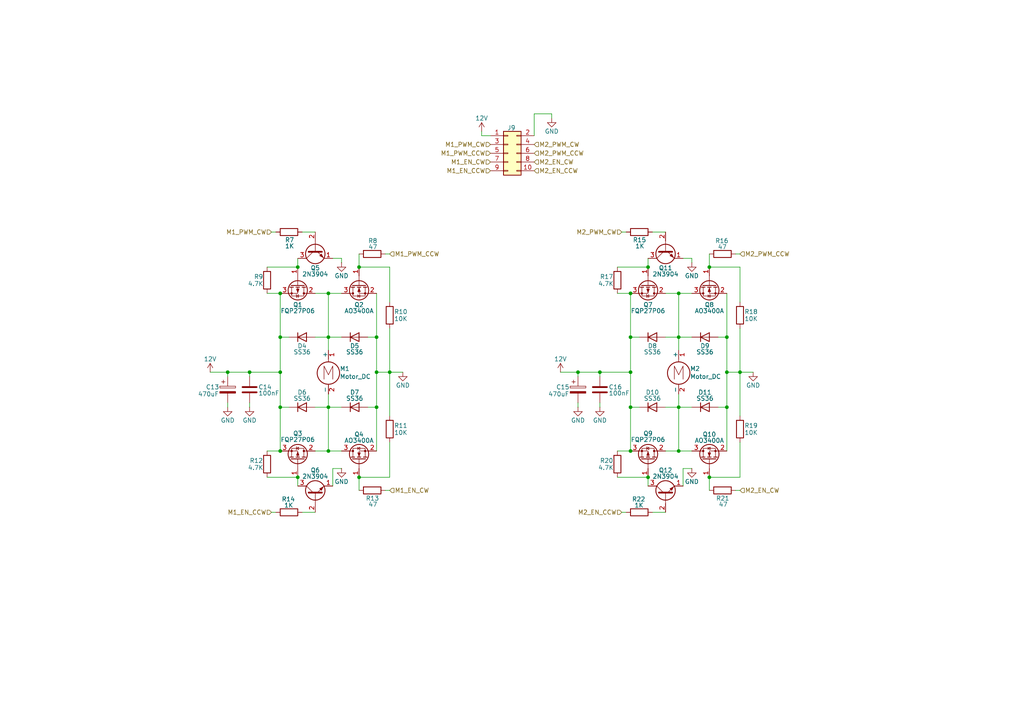
<source format=kicad_sch>
(kicad_sch
	(version 20250114)
	(generator "eeschema")
	(generator_version "9.0")
	(uuid "30a04dec-552e-4fc9-bf05-4fed0ce76b48")
	(paper "A4")
	(lib_symbols
		(symbol "Connector_Generic:Conn_02x05_Odd_Even"
			(pin_names
				(offset 1.016)
				(hide yes)
			)
			(exclude_from_sim no)
			(in_bom yes)
			(on_board yes)
			(property "Reference" "J"
				(at 1.27 7.62 0)
				(effects
					(font
						(size 1.27 1.27)
					)
				)
			)
			(property "Value" "Conn_02x05_Odd_Even"
				(at 1.27 -7.62 0)
				(effects
					(font
						(size 1.27 1.27)
					)
				)
			)
			(property "Footprint" ""
				(at 0 0 0)
				(effects
					(font
						(size 1.27 1.27)
					)
					(hide yes)
				)
			)
			(property "Datasheet" "~"
				(at 0 0 0)
				(effects
					(font
						(size 1.27 1.27)
					)
					(hide yes)
				)
			)
			(property "Description" "Generic connector, double row, 02x05, odd/even pin numbering scheme (row 1 odd numbers, row 2 even numbers), script generated (kicad-library-utils/schlib/autogen/connector/)"
				(at 0 0 0)
				(effects
					(font
						(size 1.27 1.27)
					)
					(hide yes)
				)
			)
			(property "ki_keywords" "connector"
				(at 0 0 0)
				(effects
					(font
						(size 1.27 1.27)
					)
					(hide yes)
				)
			)
			(property "ki_fp_filters" "Connector*:*_2x??_*"
				(at 0 0 0)
				(effects
					(font
						(size 1.27 1.27)
					)
					(hide yes)
				)
			)
			(symbol "Conn_02x05_Odd_Even_1_1"
				(rectangle
					(start -1.27 6.35)
					(end 3.81 -6.35)
					(stroke
						(width 0.254)
						(type default)
					)
					(fill
						(type background)
					)
				)
				(rectangle
					(start -1.27 5.207)
					(end 0 4.953)
					(stroke
						(width 0.1524)
						(type default)
					)
					(fill
						(type none)
					)
				)
				(rectangle
					(start -1.27 2.667)
					(end 0 2.413)
					(stroke
						(width 0.1524)
						(type default)
					)
					(fill
						(type none)
					)
				)
				(rectangle
					(start -1.27 0.127)
					(end 0 -0.127)
					(stroke
						(width 0.1524)
						(type default)
					)
					(fill
						(type none)
					)
				)
				(rectangle
					(start -1.27 -2.413)
					(end 0 -2.667)
					(stroke
						(width 0.1524)
						(type default)
					)
					(fill
						(type none)
					)
				)
				(rectangle
					(start -1.27 -4.953)
					(end 0 -5.207)
					(stroke
						(width 0.1524)
						(type default)
					)
					(fill
						(type none)
					)
				)
				(rectangle
					(start 3.81 5.207)
					(end 2.54 4.953)
					(stroke
						(width 0.1524)
						(type default)
					)
					(fill
						(type none)
					)
				)
				(rectangle
					(start 3.81 2.667)
					(end 2.54 2.413)
					(stroke
						(width 0.1524)
						(type default)
					)
					(fill
						(type none)
					)
				)
				(rectangle
					(start 3.81 0.127)
					(end 2.54 -0.127)
					(stroke
						(width 0.1524)
						(type default)
					)
					(fill
						(type none)
					)
				)
				(rectangle
					(start 3.81 -2.413)
					(end 2.54 -2.667)
					(stroke
						(width 0.1524)
						(type default)
					)
					(fill
						(type none)
					)
				)
				(rectangle
					(start 3.81 -4.953)
					(end 2.54 -5.207)
					(stroke
						(width 0.1524)
						(type default)
					)
					(fill
						(type none)
					)
				)
				(pin passive line
					(at -5.08 5.08 0)
					(length 3.81)
					(name "Pin_1"
						(effects
							(font
								(size 1.27 1.27)
							)
						)
					)
					(number "1"
						(effects
							(font
								(size 1.27 1.27)
							)
						)
					)
				)
				(pin passive line
					(at -5.08 2.54 0)
					(length 3.81)
					(name "Pin_3"
						(effects
							(font
								(size 1.27 1.27)
							)
						)
					)
					(number "3"
						(effects
							(font
								(size 1.27 1.27)
							)
						)
					)
				)
				(pin passive line
					(at -5.08 0 0)
					(length 3.81)
					(name "Pin_5"
						(effects
							(font
								(size 1.27 1.27)
							)
						)
					)
					(number "5"
						(effects
							(font
								(size 1.27 1.27)
							)
						)
					)
				)
				(pin passive line
					(at -5.08 -2.54 0)
					(length 3.81)
					(name "Pin_7"
						(effects
							(font
								(size 1.27 1.27)
							)
						)
					)
					(number "7"
						(effects
							(font
								(size 1.27 1.27)
							)
						)
					)
				)
				(pin passive line
					(at -5.08 -5.08 0)
					(length 3.81)
					(name "Pin_9"
						(effects
							(font
								(size 1.27 1.27)
							)
						)
					)
					(number "9"
						(effects
							(font
								(size 1.27 1.27)
							)
						)
					)
				)
				(pin passive line
					(at 7.62 5.08 180)
					(length 3.81)
					(name "Pin_2"
						(effects
							(font
								(size 1.27 1.27)
							)
						)
					)
					(number "2"
						(effects
							(font
								(size 1.27 1.27)
							)
						)
					)
				)
				(pin passive line
					(at 7.62 2.54 180)
					(length 3.81)
					(name "Pin_4"
						(effects
							(font
								(size 1.27 1.27)
							)
						)
					)
					(number "4"
						(effects
							(font
								(size 1.27 1.27)
							)
						)
					)
				)
				(pin passive line
					(at 7.62 0 180)
					(length 3.81)
					(name "Pin_6"
						(effects
							(font
								(size 1.27 1.27)
							)
						)
					)
					(number "6"
						(effects
							(font
								(size 1.27 1.27)
							)
						)
					)
				)
				(pin passive line
					(at 7.62 -2.54 180)
					(length 3.81)
					(name "Pin_8"
						(effects
							(font
								(size 1.27 1.27)
							)
						)
					)
					(number "8"
						(effects
							(font
								(size 1.27 1.27)
							)
						)
					)
				)
				(pin passive line
					(at 7.62 -5.08 180)
					(length 3.81)
					(name "Pin_10"
						(effects
							(font
								(size 1.27 1.27)
							)
						)
					)
					(number "10"
						(effects
							(font
								(size 1.27 1.27)
							)
						)
					)
				)
			)
			(embedded_fonts no)
		)
		(symbol "Device:C"
			(pin_numbers
				(hide yes)
			)
			(pin_names
				(offset 0.254)
			)
			(exclude_from_sim no)
			(in_bom yes)
			(on_board yes)
			(property "Reference" "C"
				(at 0.635 2.54 0)
				(effects
					(font
						(size 1.27 1.27)
					)
					(justify left)
				)
			)
			(property "Value" "C"
				(at 0.635 -2.54 0)
				(effects
					(font
						(size 1.27 1.27)
					)
					(justify left)
				)
			)
			(property "Footprint" ""
				(at 0.9652 -3.81 0)
				(effects
					(font
						(size 1.27 1.27)
					)
					(hide yes)
				)
			)
			(property "Datasheet" "~"
				(at 0 0 0)
				(effects
					(font
						(size 1.27 1.27)
					)
					(hide yes)
				)
			)
			(property "Description" "Unpolarized capacitor"
				(at 0 0 0)
				(effects
					(font
						(size 1.27 1.27)
					)
					(hide yes)
				)
			)
			(property "ki_keywords" "cap capacitor"
				(at 0 0 0)
				(effects
					(font
						(size 1.27 1.27)
					)
					(hide yes)
				)
			)
			(property "ki_fp_filters" "C_*"
				(at 0 0 0)
				(effects
					(font
						(size 1.27 1.27)
					)
					(hide yes)
				)
			)
			(symbol "C_0_1"
				(polyline
					(pts
						(xy -2.032 0.762) (xy 2.032 0.762)
					)
					(stroke
						(width 0.508)
						(type default)
					)
					(fill
						(type none)
					)
				)
				(polyline
					(pts
						(xy -2.032 -0.762) (xy 2.032 -0.762)
					)
					(stroke
						(width 0.508)
						(type default)
					)
					(fill
						(type none)
					)
				)
			)
			(symbol "C_1_1"
				(pin passive line
					(at 0 3.81 270)
					(length 2.794)
					(name "~"
						(effects
							(font
								(size 1.27 1.27)
							)
						)
					)
					(number "1"
						(effects
							(font
								(size 1.27 1.27)
							)
						)
					)
				)
				(pin passive line
					(at 0 -3.81 90)
					(length 2.794)
					(name "~"
						(effects
							(font
								(size 1.27 1.27)
							)
						)
					)
					(number "2"
						(effects
							(font
								(size 1.27 1.27)
							)
						)
					)
				)
			)
			(embedded_fonts no)
		)
		(symbol "Device:C_Polarized"
			(pin_numbers
				(hide yes)
			)
			(pin_names
				(offset 0.254)
			)
			(exclude_from_sim no)
			(in_bom yes)
			(on_board yes)
			(property "Reference" "C"
				(at 0.635 2.54 0)
				(effects
					(font
						(size 1.27 1.27)
					)
					(justify left)
				)
			)
			(property "Value" "C_Polarized"
				(at 0.635 -2.54 0)
				(effects
					(font
						(size 1.27 1.27)
					)
					(justify left)
				)
			)
			(property "Footprint" ""
				(at 0.9652 -3.81 0)
				(effects
					(font
						(size 1.27 1.27)
					)
					(hide yes)
				)
			)
			(property "Datasheet" "~"
				(at 0 0 0)
				(effects
					(font
						(size 1.27 1.27)
					)
					(hide yes)
				)
			)
			(property "Description" "Polarized capacitor"
				(at 0 0 0)
				(effects
					(font
						(size 1.27 1.27)
					)
					(hide yes)
				)
			)
			(property "ki_keywords" "cap capacitor"
				(at 0 0 0)
				(effects
					(font
						(size 1.27 1.27)
					)
					(hide yes)
				)
			)
			(property "ki_fp_filters" "CP_*"
				(at 0 0 0)
				(effects
					(font
						(size 1.27 1.27)
					)
					(hide yes)
				)
			)
			(symbol "C_Polarized_0_1"
				(rectangle
					(start -2.286 0.508)
					(end 2.286 1.016)
					(stroke
						(width 0)
						(type default)
					)
					(fill
						(type none)
					)
				)
				(polyline
					(pts
						(xy -1.778 2.286) (xy -0.762 2.286)
					)
					(stroke
						(width 0)
						(type default)
					)
					(fill
						(type none)
					)
				)
				(polyline
					(pts
						(xy -1.27 2.794) (xy -1.27 1.778)
					)
					(stroke
						(width 0)
						(type default)
					)
					(fill
						(type none)
					)
				)
				(rectangle
					(start 2.286 -0.508)
					(end -2.286 -1.016)
					(stroke
						(width 0)
						(type default)
					)
					(fill
						(type outline)
					)
				)
			)
			(symbol "C_Polarized_1_1"
				(pin passive line
					(at 0 3.81 270)
					(length 2.794)
					(name "~"
						(effects
							(font
								(size 1.27 1.27)
							)
						)
					)
					(number "1"
						(effects
							(font
								(size 1.27 1.27)
							)
						)
					)
				)
				(pin passive line
					(at 0 -3.81 90)
					(length 2.794)
					(name "~"
						(effects
							(font
								(size 1.27 1.27)
							)
						)
					)
					(number "2"
						(effects
							(font
								(size 1.27 1.27)
							)
						)
					)
				)
			)
			(embedded_fonts no)
		)
		(symbol "Device:R"
			(pin_numbers
				(hide yes)
			)
			(pin_names
				(offset 0)
			)
			(exclude_from_sim no)
			(in_bom yes)
			(on_board yes)
			(property "Reference" "R"
				(at 2.032 0 90)
				(effects
					(font
						(size 1.27 1.27)
					)
				)
			)
			(property "Value" "R"
				(at 0 0 90)
				(effects
					(font
						(size 1.27 1.27)
					)
				)
			)
			(property "Footprint" ""
				(at -1.778 0 90)
				(effects
					(font
						(size 1.27 1.27)
					)
					(hide yes)
				)
			)
			(property "Datasheet" "~"
				(at 0 0 0)
				(effects
					(font
						(size 1.27 1.27)
					)
					(hide yes)
				)
			)
			(property "Description" "Resistor"
				(at 0 0 0)
				(effects
					(font
						(size 1.27 1.27)
					)
					(hide yes)
				)
			)
			(property "ki_keywords" "R res resistor"
				(at 0 0 0)
				(effects
					(font
						(size 1.27 1.27)
					)
					(hide yes)
				)
			)
			(property "ki_fp_filters" "R_*"
				(at 0 0 0)
				(effects
					(font
						(size 1.27 1.27)
					)
					(hide yes)
				)
			)
			(symbol "R_0_1"
				(rectangle
					(start -1.016 -2.54)
					(end 1.016 2.54)
					(stroke
						(width 0.254)
						(type default)
					)
					(fill
						(type none)
					)
				)
			)
			(symbol "R_1_1"
				(pin passive line
					(at 0 3.81 270)
					(length 1.27)
					(name "~"
						(effects
							(font
								(size 1.27 1.27)
							)
						)
					)
					(number "1"
						(effects
							(font
								(size 1.27 1.27)
							)
						)
					)
				)
				(pin passive line
					(at 0 -3.81 90)
					(length 1.27)
					(name "~"
						(effects
							(font
								(size 1.27 1.27)
							)
						)
					)
					(number "2"
						(effects
							(font
								(size 1.27 1.27)
							)
						)
					)
				)
			)
			(embedded_fonts no)
		)
		(symbol "Diode:UF5408"
			(pin_numbers
				(hide yes)
			)
			(pin_names
				(hide yes)
			)
			(exclude_from_sim no)
			(in_bom yes)
			(on_board yes)
			(property "Reference" "D"
				(at 0 2.54 0)
				(effects
					(font
						(size 1.27 1.27)
					)
				)
			)
			(property "Value" "UF5408"
				(at 0 -2.54 0)
				(effects
					(font
						(size 1.27 1.27)
					)
				)
			)
			(property "Footprint" "Diode_THT:D_DO-201AD_P15.24mm_Horizontal"
				(at 0 -4.445 0)
				(effects
					(font
						(size 1.27 1.27)
					)
					(hide yes)
				)
			)
			(property "Datasheet" "http://www.vishay.com/docs/88756/uf5400.pdf"
				(at 0 0 0)
				(effects
					(font
						(size 1.27 1.27)
					)
					(hide yes)
				)
			)
			(property "Description" "1000V 3A Soft Recovery Ultrafast Rectifier Diode, DO-201AD"
				(at 0 0 0)
				(effects
					(font
						(size 1.27 1.27)
					)
					(hide yes)
				)
			)
			(property "Sim.Device" "D"
				(at 0 0 0)
				(effects
					(font
						(size 1.27 1.27)
					)
					(hide yes)
				)
			)
			(property "Sim.Pins" "1=K 2=A"
				(at 0 0 0)
				(effects
					(font
						(size 1.27 1.27)
					)
					(hide yes)
				)
			)
			(property "ki_keywords" "diode"
				(at 0 0 0)
				(effects
					(font
						(size 1.27 1.27)
					)
					(hide yes)
				)
			)
			(property "ki_fp_filters" "D*DO?201AD*"
				(at 0 0 0)
				(effects
					(font
						(size 1.27 1.27)
					)
					(hide yes)
				)
			)
			(symbol "UF5408_0_1"
				(polyline
					(pts
						(xy -1.27 1.27) (xy -1.27 -1.27)
					)
					(stroke
						(width 0.254)
						(type default)
					)
					(fill
						(type none)
					)
				)
				(polyline
					(pts
						(xy 1.27 1.27) (xy 1.27 -1.27) (xy -1.27 0) (xy 1.27 1.27)
					)
					(stroke
						(width 0.254)
						(type default)
					)
					(fill
						(type none)
					)
				)
				(polyline
					(pts
						(xy 1.27 0) (xy -1.27 0)
					)
					(stroke
						(width 0)
						(type default)
					)
					(fill
						(type none)
					)
				)
			)
			(symbol "UF5408_1_1"
				(pin passive line
					(at -3.81 0 0)
					(length 2.54)
					(name "K"
						(effects
							(font
								(size 1.27 1.27)
							)
						)
					)
					(number "1"
						(effects
							(font
								(size 1.27 1.27)
							)
						)
					)
				)
				(pin passive line
					(at 3.81 0 180)
					(length 2.54)
					(name "A"
						(effects
							(font
								(size 1.27 1.27)
							)
						)
					)
					(number "2"
						(effects
							(font
								(size 1.27 1.27)
							)
						)
					)
				)
			)
			(embedded_fonts no)
		)
		(symbol "Motor:Motor_DC"
			(pin_names
				(offset 0)
			)
			(exclude_from_sim no)
			(in_bom yes)
			(on_board yes)
			(property "Reference" "M"
				(at 2.54 2.54 0)
				(effects
					(font
						(size 1.27 1.27)
					)
					(justify left)
				)
			)
			(property "Value" "Motor_DC"
				(at 2.54 -5.08 0)
				(effects
					(font
						(size 1.27 1.27)
					)
					(justify left top)
				)
			)
			(property "Footprint" ""
				(at 0 -2.286 0)
				(effects
					(font
						(size 1.27 1.27)
					)
					(hide yes)
				)
			)
			(property "Datasheet" "~"
				(at 0 -2.286 0)
				(effects
					(font
						(size 1.27 1.27)
					)
					(hide yes)
				)
			)
			(property "Description" "DC Motor"
				(at 0 0 0)
				(effects
					(font
						(size 1.27 1.27)
					)
					(hide yes)
				)
			)
			(property "ki_keywords" "DC Motor"
				(at 0 0 0)
				(effects
					(font
						(size 1.27 1.27)
					)
					(hide yes)
				)
			)
			(property "ki_fp_filters" "PinHeader*P2.54mm* TerminalBlock*"
				(at 0 0 0)
				(effects
					(font
						(size 1.27 1.27)
					)
					(hide yes)
				)
			)
			(symbol "Motor_DC_0_0"
				(polyline
					(pts
						(xy -1.27 -3.302) (xy -1.27 0.508) (xy 0 -2.032) (xy 1.27 0.508) (xy 1.27 -3.302)
					)
					(stroke
						(width 0)
						(type default)
					)
					(fill
						(type none)
					)
				)
			)
			(symbol "Motor_DC_0_1"
				(polyline
					(pts
						(xy 0 2.032) (xy 0 2.54)
					)
					(stroke
						(width 0)
						(type default)
					)
					(fill
						(type none)
					)
				)
				(polyline
					(pts
						(xy 0 1.7272) (xy 0 2.0828)
					)
					(stroke
						(width 0)
						(type default)
					)
					(fill
						(type none)
					)
				)
				(circle
					(center 0 -1.524)
					(radius 3.2512)
					(stroke
						(width 0.254)
						(type default)
					)
					(fill
						(type none)
					)
				)
				(polyline
					(pts
						(xy 0 -4.7752) (xy 0 -5.1816)
					)
					(stroke
						(width 0)
						(type default)
					)
					(fill
						(type none)
					)
				)
				(polyline
					(pts
						(xy 0 -7.62) (xy 0 -7.112)
					)
					(stroke
						(width 0)
						(type default)
					)
					(fill
						(type none)
					)
				)
			)
			(symbol "Motor_DC_1_1"
				(pin passive line
					(at 0 5.08 270)
					(length 2.54)
					(name "+"
						(effects
							(font
								(size 1.27 1.27)
							)
						)
					)
					(number "1"
						(effects
							(font
								(size 1.27 1.27)
							)
						)
					)
				)
				(pin passive line
					(at 0 -7.62 90)
					(length 2.54)
					(name "-"
						(effects
							(font
								(size 1.27 1.27)
							)
						)
					)
					(number "2"
						(effects
							(font
								(size 1.27 1.27)
							)
						)
					)
				)
			)
			(embedded_fonts no)
		)
		(symbol "Transistor_BJT:2N3904"
			(pin_names
				(offset 0)
				(hide yes)
			)
			(exclude_from_sim no)
			(in_bom yes)
			(on_board yes)
			(property "Reference" "Q"
				(at 5.08 1.905 0)
				(effects
					(font
						(size 1.27 1.27)
					)
					(justify left)
				)
			)
			(property "Value" "2N3904"
				(at 5.08 0 0)
				(effects
					(font
						(size 1.27 1.27)
					)
					(justify left)
				)
			)
			(property "Footprint" "Package_TO_SOT_THT:TO-92_Inline"
				(at 5.08 -1.905 0)
				(effects
					(font
						(size 1.27 1.27)
						(italic yes)
					)
					(justify left)
					(hide yes)
				)
			)
			(property "Datasheet" "https://www.onsemi.com/pub/Collateral/2N3903-D.PDF"
				(at 0 0 0)
				(effects
					(font
						(size 1.27 1.27)
					)
					(justify left)
					(hide yes)
				)
			)
			(property "Description" "0.2A Ic, 40V Vce, Small Signal NPN Transistor, TO-92"
				(at 0 0 0)
				(effects
					(font
						(size 1.27 1.27)
					)
					(hide yes)
				)
			)
			(property "Sim.Device" "NPN"
				(at 0 0 0)
				(effects
					(font
						(size 1.27 1.27)
					)
					(hide yes)
				)
			)
			(property "Sim.Pins" "1=E 2=B 3=C"
				(at 0 0 0)
				(effects
					(font
						(size 1.27 1.27)
					)
					(hide yes)
				)
			)
			(property "ki_keywords" "NPN Transistor"
				(at 0 0 0)
				(effects
					(font
						(size 1.27 1.27)
					)
					(hide yes)
				)
			)
			(property "ki_fp_filters" "TO?92*"
				(at 0 0 0)
				(effects
					(font
						(size 1.27 1.27)
					)
					(hide yes)
				)
			)
			(symbol "2N3904_0_1"
				(polyline
					(pts
						(xy -2.54 0) (xy 0.635 0)
					)
					(stroke
						(width 0)
						(type default)
					)
					(fill
						(type none)
					)
				)
				(polyline
					(pts
						(xy 0.635 1.905) (xy 0.635 -1.905)
					)
					(stroke
						(width 0.508)
						(type default)
					)
					(fill
						(type none)
					)
				)
				(circle
					(center 1.27 0)
					(radius 2.8194)
					(stroke
						(width 0.254)
						(type default)
					)
					(fill
						(type none)
					)
				)
			)
			(symbol "2N3904_1_1"
				(polyline
					(pts
						(xy 0.635 0.635) (xy 2.54 2.54)
					)
					(stroke
						(width 0)
						(type default)
					)
					(fill
						(type none)
					)
				)
				(polyline
					(pts
						(xy 0.635 -0.635) (xy 2.54 -2.54)
					)
					(stroke
						(width 0)
						(type default)
					)
					(fill
						(type none)
					)
				)
				(polyline
					(pts
						(xy 1.27 -1.778) (xy 1.778 -1.27) (xy 2.286 -2.286) (xy 1.27 -1.778)
					)
					(stroke
						(width 0)
						(type default)
					)
					(fill
						(type outline)
					)
				)
				(pin input line
					(at -5.08 0 0)
					(length 2.54)
					(name "B"
						(effects
							(font
								(size 1.27 1.27)
							)
						)
					)
					(number "2"
						(effects
							(font
								(size 1.27 1.27)
							)
						)
					)
				)
				(pin passive line
					(at 2.54 5.08 270)
					(length 2.54)
					(name "C"
						(effects
							(font
								(size 1.27 1.27)
							)
						)
					)
					(number "3"
						(effects
							(font
								(size 1.27 1.27)
							)
						)
					)
				)
				(pin passive line
					(at 2.54 -5.08 90)
					(length 2.54)
					(name "E"
						(effects
							(font
								(size 1.27 1.27)
							)
						)
					)
					(number "1"
						(effects
							(font
								(size 1.27 1.27)
							)
						)
					)
				)
			)
			(embedded_fonts no)
		)
		(symbol "Transistor_FET:AO3400A"
			(pin_names
				(offset 0)
				(hide yes)
			)
			(exclude_from_sim no)
			(in_bom yes)
			(on_board yes)
			(property "Reference" "Q"
				(at 5.08 1.905 0)
				(effects
					(font
						(size 1.27 1.27)
					)
					(justify left)
				)
			)
			(property "Value" "AO3400A"
				(at 5.08 0 0)
				(effects
					(font
						(size 1.27 1.27)
					)
					(justify left)
				)
			)
			(property "Footprint" "Package_TO_SOT_SMD:SOT-23"
				(at 5.08 -1.905 0)
				(effects
					(font
						(size 1.27 1.27)
						(italic yes)
					)
					(justify left)
					(hide yes)
				)
			)
			(property "Datasheet" "http://www.aosmd.com/pdfs/datasheet/AO3400A.pdf"
				(at 5.08 -3.81 0)
				(effects
					(font
						(size 1.27 1.27)
					)
					(justify left)
					(hide yes)
				)
			)
			(property "Description" "30V Vds, 5.7A Id, N-Channel MOSFET, SOT-23"
				(at 0 0 0)
				(effects
					(font
						(size 1.27 1.27)
					)
					(hide yes)
				)
			)
			(property "ki_keywords" "N-Channel MOSFET"
				(at 0 0 0)
				(effects
					(font
						(size 1.27 1.27)
					)
					(hide yes)
				)
			)
			(property "ki_fp_filters" "SOT?23*"
				(at 0 0 0)
				(effects
					(font
						(size 1.27 1.27)
					)
					(hide yes)
				)
			)
			(symbol "AO3400A_0_1"
				(polyline
					(pts
						(xy 0.254 1.905) (xy 0.254 -1.905)
					)
					(stroke
						(width 0.254)
						(type default)
					)
					(fill
						(type none)
					)
				)
				(polyline
					(pts
						(xy 0.254 0) (xy -2.54 0)
					)
					(stroke
						(width 0)
						(type default)
					)
					(fill
						(type none)
					)
				)
				(polyline
					(pts
						(xy 0.762 2.286) (xy 0.762 1.27)
					)
					(stroke
						(width 0.254)
						(type default)
					)
					(fill
						(type none)
					)
				)
				(polyline
					(pts
						(xy 0.762 0.508) (xy 0.762 -0.508)
					)
					(stroke
						(width 0.254)
						(type default)
					)
					(fill
						(type none)
					)
				)
				(polyline
					(pts
						(xy 0.762 -1.27) (xy 0.762 -2.286)
					)
					(stroke
						(width 0.254)
						(type default)
					)
					(fill
						(type none)
					)
				)
				(polyline
					(pts
						(xy 0.762 -1.778) (xy 3.302 -1.778) (xy 3.302 1.778) (xy 0.762 1.778)
					)
					(stroke
						(width 0)
						(type default)
					)
					(fill
						(type none)
					)
				)
				(polyline
					(pts
						(xy 1.016 0) (xy 2.032 0.381) (xy 2.032 -0.381) (xy 1.016 0)
					)
					(stroke
						(width 0)
						(type default)
					)
					(fill
						(type outline)
					)
				)
				(circle
					(center 1.651 0)
					(radius 2.794)
					(stroke
						(width 0.254)
						(type default)
					)
					(fill
						(type none)
					)
				)
				(polyline
					(pts
						(xy 2.54 2.54) (xy 2.54 1.778)
					)
					(stroke
						(width 0)
						(type default)
					)
					(fill
						(type none)
					)
				)
				(circle
					(center 2.54 1.778)
					(radius 0.254)
					(stroke
						(width 0)
						(type default)
					)
					(fill
						(type outline)
					)
				)
				(circle
					(center 2.54 -1.778)
					(radius 0.254)
					(stroke
						(width 0)
						(type default)
					)
					(fill
						(type outline)
					)
				)
				(polyline
					(pts
						(xy 2.54 -2.54) (xy 2.54 0) (xy 0.762 0)
					)
					(stroke
						(width 0)
						(type default)
					)
					(fill
						(type none)
					)
				)
				(polyline
					(pts
						(xy 2.921 0.381) (xy 3.683 0.381)
					)
					(stroke
						(width 0)
						(type default)
					)
					(fill
						(type none)
					)
				)
				(polyline
					(pts
						(xy 3.302 0.381) (xy 2.921 -0.254) (xy 3.683 -0.254) (xy 3.302 0.381)
					)
					(stroke
						(width 0)
						(type default)
					)
					(fill
						(type none)
					)
				)
			)
			(symbol "AO3400A_1_1"
				(pin input line
					(at -5.08 0 0)
					(length 2.54)
					(name "G"
						(effects
							(font
								(size 1.27 1.27)
							)
						)
					)
					(number "1"
						(effects
							(font
								(size 1.27 1.27)
							)
						)
					)
				)
				(pin passive line
					(at 2.54 5.08 270)
					(length 2.54)
					(name "D"
						(effects
							(font
								(size 1.27 1.27)
							)
						)
					)
					(number "3"
						(effects
							(font
								(size 1.27 1.27)
							)
						)
					)
				)
				(pin passive line
					(at 2.54 -5.08 90)
					(length 2.54)
					(name "S"
						(effects
							(font
								(size 1.27 1.27)
							)
						)
					)
					(number "2"
						(effects
							(font
								(size 1.27 1.27)
							)
						)
					)
				)
			)
			(embedded_fonts no)
		)
		(symbol "Transistor_FET:FQP27P06"
			(pin_names
				(hide yes)
			)
			(exclude_from_sim no)
			(in_bom yes)
			(on_board yes)
			(property "Reference" "Q"
				(at 5.08 1.905 0)
				(effects
					(font
						(size 1.27 1.27)
					)
					(justify left)
				)
			)
			(property "Value" "FQP27P06"
				(at 5.08 0 0)
				(effects
					(font
						(size 1.27 1.27)
					)
					(justify left)
				)
			)
			(property "Footprint" "Package_TO_SOT_THT:TO-220-3_Vertical"
				(at 5.08 -1.905 0)
				(effects
					(font
						(size 1.27 1.27)
						(italic yes)
					)
					(justify left)
					(hide yes)
				)
			)
			(property "Datasheet" "https://www.onsemi.com/pub/Collateral/FQP27P06-D.PDF"
				(at 5.08 -3.81 0)
				(effects
					(font
						(size 1.27 1.27)
					)
					(justify left)
					(hide yes)
				)
			)
			(property "Description" "-27A Id, -60V Vds, QFET P-Channel MOSFET, TO-220"
				(at 0 0 0)
				(effects
					(font
						(size 1.27 1.27)
					)
					(hide yes)
				)
			)
			(property "ki_keywords" "QFET P-Channel MOSFET"
				(at 0 0 0)
				(effects
					(font
						(size 1.27 1.27)
					)
					(hide yes)
				)
			)
			(property "ki_fp_filters" "TO?220*"
				(at 0 0 0)
				(effects
					(font
						(size 1.27 1.27)
					)
					(hide yes)
				)
			)
			(symbol "FQP27P06_0_1"
				(polyline
					(pts
						(xy 0.254 1.905) (xy 0.254 -1.905)
					)
					(stroke
						(width 0.254)
						(type default)
					)
					(fill
						(type none)
					)
				)
				(polyline
					(pts
						(xy 0.254 0) (xy -2.54 0)
					)
					(stroke
						(width 0)
						(type default)
					)
					(fill
						(type none)
					)
				)
				(polyline
					(pts
						(xy 0.762 2.286) (xy 0.762 1.27)
					)
					(stroke
						(width 0.254)
						(type default)
					)
					(fill
						(type none)
					)
				)
				(polyline
					(pts
						(xy 0.762 1.778) (xy 3.302 1.778) (xy 3.302 -1.778) (xy 0.762 -1.778)
					)
					(stroke
						(width 0)
						(type default)
					)
					(fill
						(type none)
					)
				)
				(polyline
					(pts
						(xy 0.762 0.508) (xy 0.762 -0.508)
					)
					(stroke
						(width 0.254)
						(type default)
					)
					(fill
						(type none)
					)
				)
				(polyline
					(pts
						(xy 0.762 -1.27) (xy 0.762 -2.286)
					)
					(stroke
						(width 0.254)
						(type default)
					)
					(fill
						(type none)
					)
				)
				(circle
					(center 1.651 0)
					(radius 2.794)
					(stroke
						(width 0.254)
						(type default)
					)
					(fill
						(type none)
					)
				)
				(polyline
					(pts
						(xy 2.286 0) (xy 1.27 0.381) (xy 1.27 -0.381) (xy 2.286 0)
					)
					(stroke
						(width 0)
						(type default)
					)
					(fill
						(type outline)
					)
				)
				(polyline
					(pts
						(xy 2.54 2.54) (xy 2.54 1.778)
					)
					(stroke
						(width 0)
						(type default)
					)
					(fill
						(type none)
					)
				)
				(circle
					(center 2.54 1.778)
					(radius 0.254)
					(stroke
						(width 0)
						(type default)
					)
					(fill
						(type outline)
					)
				)
				(circle
					(center 2.54 -1.778)
					(radius 0.254)
					(stroke
						(width 0)
						(type default)
					)
					(fill
						(type outline)
					)
				)
				(polyline
					(pts
						(xy 2.54 -2.54) (xy 2.54 0) (xy 0.762 0)
					)
					(stroke
						(width 0)
						(type default)
					)
					(fill
						(type none)
					)
				)
				(polyline
					(pts
						(xy 2.794 -0.508) (xy 2.921 -0.381) (xy 3.683 -0.381) (xy 3.81 -0.254)
					)
					(stroke
						(width 0)
						(type default)
					)
					(fill
						(type none)
					)
				)
				(polyline
					(pts
						(xy 3.302 -0.381) (xy 2.921 0.254) (xy 3.683 0.254) (xy 3.302 -0.381)
					)
					(stroke
						(width 0)
						(type default)
					)
					(fill
						(type none)
					)
				)
			)
			(symbol "FQP27P06_1_1"
				(pin input line
					(at -5.08 0 0)
					(length 2.54)
					(name "G"
						(effects
							(font
								(size 1.27 1.27)
							)
						)
					)
					(number "1"
						(effects
							(font
								(size 1.27 1.27)
							)
						)
					)
				)
				(pin passive line
					(at 2.54 5.08 270)
					(length 2.54)
					(name "D"
						(effects
							(font
								(size 1.27 1.27)
							)
						)
					)
					(number "2"
						(effects
							(font
								(size 1.27 1.27)
							)
						)
					)
				)
				(pin passive line
					(at 2.54 -5.08 90)
					(length 2.54)
					(name "S"
						(effects
							(font
								(size 1.27 1.27)
							)
						)
					)
					(number "3"
						(effects
							(font
								(size 1.27 1.27)
							)
						)
					)
				)
			)
			(embedded_fonts no)
		)
		(symbol "power:GND"
			(power)
			(pin_numbers
				(hide yes)
			)
			(pin_names
				(offset 0)
				(hide yes)
			)
			(exclude_from_sim no)
			(in_bom yes)
			(on_board yes)
			(property "Reference" "#PWR"
				(at 0 -6.35 0)
				(effects
					(font
						(size 1.27 1.27)
					)
					(hide yes)
				)
			)
			(property "Value" "GND"
				(at 0 -3.81 0)
				(effects
					(font
						(size 1.27 1.27)
					)
				)
			)
			(property "Footprint" ""
				(at 0 0 0)
				(effects
					(font
						(size 1.27 1.27)
					)
					(hide yes)
				)
			)
			(property "Datasheet" ""
				(at 0 0 0)
				(effects
					(font
						(size 1.27 1.27)
					)
					(hide yes)
				)
			)
			(property "Description" "Power symbol creates a global label with name \"GND\" , ground"
				(at 0 0 0)
				(effects
					(font
						(size 1.27 1.27)
					)
					(hide yes)
				)
			)
			(property "ki_keywords" "global power"
				(at 0 0 0)
				(effects
					(font
						(size 1.27 1.27)
					)
					(hide yes)
				)
			)
			(symbol "GND_0_1"
				(polyline
					(pts
						(xy 0 0) (xy 0 -1.27) (xy 1.27 -1.27) (xy 0 -2.54) (xy -1.27 -1.27) (xy 0 -1.27)
					)
					(stroke
						(width 0)
						(type default)
					)
					(fill
						(type none)
					)
				)
			)
			(symbol "GND_1_1"
				(pin power_in line
					(at 0 0 270)
					(length 0)
					(name "~"
						(effects
							(font
								(size 1.27 1.27)
							)
						)
					)
					(number "1"
						(effects
							(font
								(size 1.27 1.27)
							)
						)
					)
				)
			)
			(embedded_fonts no)
		)
		(symbol "power:VCC"
			(power)
			(pin_numbers
				(hide yes)
			)
			(pin_names
				(offset 0)
				(hide yes)
			)
			(exclude_from_sim no)
			(in_bom yes)
			(on_board yes)
			(property "Reference" "#PWR"
				(at 0 -3.81 0)
				(effects
					(font
						(size 1.27 1.27)
					)
					(hide yes)
				)
			)
			(property "Value" "VCC"
				(at 0 3.556 0)
				(effects
					(font
						(size 1.27 1.27)
					)
				)
			)
			(property "Footprint" ""
				(at 0 0 0)
				(effects
					(font
						(size 1.27 1.27)
					)
					(hide yes)
				)
			)
			(property "Datasheet" ""
				(at 0 0 0)
				(effects
					(font
						(size 1.27 1.27)
					)
					(hide yes)
				)
			)
			(property "Description" "Power symbol creates a global label with name \"VCC\""
				(at 0 0 0)
				(effects
					(font
						(size 1.27 1.27)
					)
					(hide yes)
				)
			)
			(property "ki_keywords" "global power"
				(at 0 0 0)
				(effects
					(font
						(size 1.27 1.27)
					)
					(hide yes)
				)
			)
			(symbol "VCC_0_1"
				(polyline
					(pts
						(xy -0.762 1.27) (xy 0 2.54)
					)
					(stroke
						(width 0)
						(type default)
					)
					(fill
						(type none)
					)
				)
				(polyline
					(pts
						(xy 0 2.54) (xy 0.762 1.27)
					)
					(stroke
						(width 0)
						(type default)
					)
					(fill
						(type none)
					)
				)
				(polyline
					(pts
						(xy 0 0) (xy 0 2.54)
					)
					(stroke
						(width 0)
						(type default)
					)
					(fill
						(type none)
					)
				)
			)
			(symbol "VCC_1_1"
				(pin power_in line
					(at 0 0 90)
					(length 0)
					(name "~"
						(effects
							(font
								(size 1.27 1.27)
							)
						)
					)
					(number "1"
						(effects
							(font
								(size 1.27 1.27)
							)
						)
					)
				)
			)
			(embedded_fonts no)
		)
	)
	(junction
		(at 81.28 118.11)
		(diameter 0)
		(color 0 0 0 0)
		(uuid "0f42f803-7070-464e-860f-25a01e215bcf")
	)
	(junction
		(at 205.74 138.43)
		(diameter 0)
		(color 0 0 0 0)
		(uuid "1295295c-de23-4bee-b2c2-71415cca2384")
	)
	(junction
		(at 214.63 107.95)
		(diameter 0)
		(color 0 0 0 0)
		(uuid "149d1f37-0b86-4fcf-9c41-ec8fb9dc2678")
	)
	(junction
		(at 182.88 85.09)
		(diameter 0)
		(color 0 0 0 0)
		(uuid "1a5c8ef8-9076-4619-9dc9-b0ab00c453f1")
	)
	(junction
		(at 95.25 85.09)
		(diameter 0)
		(color 0 0 0 0)
		(uuid "1e87f8f3-e364-47a4-a00f-8f85bbc349f8")
	)
	(junction
		(at 81.28 107.95)
		(diameter 0)
		(color 0 0 0 0)
		(uuid "1eb2dcde-17ce-49b0-8731-d420599efd51")
	)
	(junction
		(at 196.85 130.81)
		(diameter 0)
		(color 0 0 0 0)
		(uuid "21bac78b-3f74-4761-92fb-52bb82263273")
	)
	(junction
		(at 109.22 107.95)
		(diameter 0)
		(color 0 0 0 0)
		(uuid "2a8f05cf-4aa6-40fe-a29a-01f7105582a3")
	)
	(junction
		(at 95.25 97.79)
		(diameter 0)
		(color 0 0 0 0)
		(uuid "2f7f92cf-8a7a-4768-9089-97e9e246fea0")
	)
	(junction
		(at 81.28 97.79)
		(diameter 0)
		(color 0 0 0 0)
		(uuid "30a23100-b035-4aa9-968b-8f486446ce13")
	)
	(junction
		(at 86.36 138.43)
		(diameter 0)
		(color 0 0 0 0)
		(uuid "3195a684-5b25-412d-8cf2-a2e3d676b993")
	)
	(junction
		(at 173.99 107.95)
		(diameter 0)
		(color 0 0 0 0)
		(uuid "32f5132f-3f70-42fb-9ee1-ec1fc08ff592")
	)
	(junction
		(at 167.64 107.95)
		(diameter 0)
		(color 0 0 0 0)
		(uuid "47fa4243-1dae-47e5-9726-3ea164ba8330")
	)
	(junction
		(at 66.04 107.95)
		(diameter 0)
		(color 0 0 0 0)
		(uuid "4f426af2-a617-4c94-9255-f7cb747617af")
	)
	(junction
		(at 81.28 85.09)
		(diameter 0)
		(color 0 0 0 0)
		(uuid "5e2c4414-45c5-47ff-b57e-596480e980d1")
	)
	(junction
		(at 187.96 138.43)
		(diameter 0)
		(color 0 0 0 0)
		(uuid "5f248ee5-8fea-4a69-a763-4c3ce297b9ca")
	)
	(junction
		(at 182.88 107.95)
		(diameter 0)
		(color 0 0 0 0)
		(uuid "66d78d29-bec1-4f77-bccb-db2a0b8860bc")
	)
	(junction
		(at 205.74 77.47)
		(diameter 0)
		(color 0 0 0 0)
		(uuid "7391bd0b-37da-4b5a-9ada-dbc53a79c3c4")
	)
	(junction
		(at 182.88 130.81)
		(diameter 0)
		(color 0 0 0 0)
		(uuid "78a8dda4-f79f-4760-88c0-9bc08127c43f")
	)
	(junction
		(at 187.96 77.47)
		(diameter 0)
		(color 0 0 0 0)
		(uuid "7d486dc7-82bc-4b51-9737-fcb82f512829")
	)
	(junction
		(at 81.28 130.81)
		(diameter 0)
		(color 0 0 0 0)
		(uuid "82632146-0254-45fc-be19-547da416e771")
	)
	(junction
		(at 95.25 130.81)
		(diameter 0)
		(color 0 0 0 0)
		(uuid "82707303-ef8c-4671-bc77-c06f742174b0")
	)
	(junction
		(at 182.88 118.11)
		(diameter 0)
		(color 0 0 0 0)
		(uuid "889729a3-919e-4943-9504-907d4ec51900")
	)
	(junction
		(at 210.82 107.95)
		(diameter 0)
		(color 0 0 0 0)
		(uuid "9730cbc2-c004-47dd-bddb-0fcf8d91fac7")
	)
	(junction
		(at 182.88 97.79)
		(diameter 0)
		(color 0 0 0 0)
		(uuid "9eac1539-f0b8-4160-9cb9-747c48496631")
	)
	(junction
		(at 210.82 118.11)
		(diameter 0)
		(color 0 0 0 0)
		(uuid "b72157cb-4f56-47b8-94b8-d70c997cc4e0")
	)
	(junction
		(at 210.82 97.79)
		(diameter 0)
		(color 0 0 0 0)
		(uuid "b9c7c516-96f1-4083-9d6b-742dde07ca0a")
	)
	(junction
		(at 104.14 77.47)
		(diameter 0)
		(color 0 0 0 0)
		(uuid "bf6c0385-0bc8-4ca6-9869-1265b5d62c7e")
	)
	(junction
		(at 95.25 118.11)
		(diameter 0)
		(color 0 0 0 0)
		(uuid "c3138535-0c88-466a-bcb7-06587c9ba31f")
	)
	(junction
		(at 109.22 97.79)
		(diameter 0)
		(color 0 0 0 0)
		(uuid "c6d9feed-ad48-4862-a5bc-9c1b0feb1efc")
	)
	(junction
		(at 113.03 107.95)
		(diameter 0)
		(color 0 0 0 0)
		(uuid "cb58a7a6-f0f3-40dd-b585-616cf3e697da")
	)
	(junction
		(at 109.22 118.11)
		(diameter 0)
		(color 0 0 0 0)
		(uuid "ce51ebb6-d77e-4846-b957-4e4e2fb2d6c9")
	)
	(junction
		(at 196.85 97.79)
		(diameter 0)
		(color 0 0 0 0)
		(uuid "d00a97a1-aa35-4fad-b037-63b67113e5fd")
	)
	(junction
		(at 196.85 118.11)
		(diameter 0)
		(color 0 0 0 0)
		(uuid "dc9ea4c4-d491-44f0-a7e6-ba1f47894767")
	)
	(junction
		(at 86.36 77.47)
		(diameter 0)
		(color 0 0 0 0)
		(uuid "dd469011-65f8-4c07-9322-0548fe672888")
	)
	(junction
		(at 196.85 85.09)
		(diameter 0)
		(color 0 0 0 0)
		(uuid "e0d5be1f-c908-4f18-83b8-b927f73d3fde")
	)
	(junction
		(at 72.39 107.95)
		(diameter 0)
		(color 0 0 0 0)
		(uuid "e9afaa57-dd8c-42bb-ad1e-2323d0bd26e4")
	)
	(junction
		(at 104.14 138.43)
		(diameter 0)
		(color 0 0 0 0)
		(uuid "fbbbb3ac-8a5d-4c51-b10a-2f8c521a8410")
	)
	(wire
		(pts
			(xy 113.03 73.66) (xy 111.76 73.66)
		)
		(stroke
			(width 0)
			(type default)
		)
		(uuid "00f00654-ff2e-4d00-94e8-4fa56a806d84")
	)
	(wire
		(pts
			(xy 87.63 67.31) (xy 91.44 67.31)
		)
		(stroke
			(width 0)
			(type default)
		)
		(uuid "023ca8a0-a8ee-4adb-9853-865b0321d7cc")
	)
	(wire
		(pts
			(xy 113.03 107.95) (xy 113.03 120.65)
		)
		(stroke
			(width 0)
			(type default)
		)
		(uuid "02c00fec-7fb2-412b-96f0-f1d268325caf")
	)
	(wire
		(pts
			(xy 160.02 33.02) (xy 160.02 34.29)
		)
		(stroke
			(width 0)
			(type default)
		)
		(uuid "0656c350-1517-4a28-a9e7-d5c33c2d6bac")
	)
	(wire
		(pts
			(xy 205.74 138.43) (xy 214.63 138.43)
		)
		(stroke
			(width 0)
			(type default)
		)
		(uuid "078864df-ac46-4950-803a-8ad6333cb3b3")
	)
	(wire
		(pts
			(xy 113.03 138.43) (xy 113.03 128.27)
		)
		(stroke
			(width 0)
			(type default)
		)
		(uuid "0a7028be-4867-40dc-9d1e-485120fe206a")
	)
	(wire
		(pts
			(xy 196.85 114.3) (xy 196.85 118.11)
		)
		(stroke
			(width 0)
			(type default)
		)
		(uuid "0a8def19-75bb-49f0-957d-a74b0b77382d")
	)
	(wire
		(pts
			(xy 78.74 67.31) (xy 80.01 67.31)
		)
		(stroke
			(width 0)
			(type default)
		)
		(uuid "0aa9ca61-b237-427b-9af4-41e3d7b7a7d1")
	)
	(wire
		(pts
			(xy 154.94 39.37) (xy 154.94 33.02)
		)
		(stroke
			(width 0)
			(type default)
		)
		(uuid "0c2d5cff-3c3d-4fe8-ab1a-ce93776bc440")
	)
	(wire
		(pts
			(xy 109.22 85.09) (xy 109.22 97.79)
		)
		(stroke
			(width 0)
			(type default)
		)
		(uuid "10e62dbe-b7ee-4025-908d-ed5cbbd17d9a")
	)
	(wire
		(pts
			(xy 106.68 118.11) (xy 109.22 118.11)
		)
		(stroke
			(width 0)
			(type default)
		)
		(uuid "111c7d09-8ebd-48d3-b58b-1971975b4cf9")
	)
	(wire
		(pts
			(xy 113.03 95.25) (xy 113.03 107.95)
		)
		(stroke
			(width 0)
			(type default)
		)
		(uuid "14f3d0d5-f2bc-4aae-a60f-810879bb5f0e")
	)
	(wire
		(pts
			(xy 196.85 97.79) (xy 196.85 101.6)
		)
		(stroke
			(width 0)
			(type default)
		)
		(uuid "1a4ff369-6644-47b8-ae7a-5fe6ba53fb89")
	)
	(wire
		(pts
			(xy 77.47 85.09) (xy 81.28 85.09)
		)
		(stroke
			(width 0)
			(type default)
		)
		(uuid "1b5ef3e7-1f88-4cc4-9be9-e2edcd5fba78")
	)
	(wire
		(pts
			(xy 182.88 118.11) (xy 182.88 130.81)
		)
		(stroke
			(width 0)
			(type default)
		)
		(uuid "1d2561ac-b339-46c8-ae10-2e1f09c366d3")
	)
	(wire
		(pts
			(xy 81.28 97.79) (xy 83.82 97.79)
		)
		(stroke
			(width 0)
			(type default)
		)
		(uuid "2029fed1-6727-4f77-8c8a-83e81f9b886f")
	)
	(wire
		(pts
			(xy 104.14 138.43) (xy 104.14 142.24)
		)
		(stroke
			(width 0)
			(type default)
		)
		(uuid "20aa3f49-ccc9-4a03-8729-0c30f2844dd5")
	)
	(wire
		(pts
			(xy 182.88 97.79) (xy 182.88 107.95)
		)
		(stroke
			(width 0)
			(type default)
		)
		(uuid "20d80138-2f32-4a0e-8057-4b2786df7d0e")
	)
	(wire
		(pts
			(xy 66.04 116.84) (xy 66.04 118.11)
		)
		(stroke
			(width 0)
			(type default)
		)
		(uuid "2259a862-45ce-42bd-9638-06c08395fcb2")
	)
	(wire
		(pts
			(xy 182.88 85.09) (xy 182.88 97.79)
		)
		(stroke
			(width 0)
			(type default)
		)
		(uuid "2377d274-73f8-400e-bd22-7ed5a9eb455b")
	)
	(wire
		(pts
			(xy 182.88 118.11) (xy 185.42 118.11)
		)
		(stroke
			(width 0)
			(type default)
		)
		(uuid "2898299b-fb6e-4dd9-bd10-9d5caa4f0418")
	)
	(wire
		(pts
			(xy 187.96 138.43) (xy 187.96 140.97)
		)
		(stroke
			(width 0)
			(type default)
		)
		(uuid "2afd468e-b6e3-4dce-b221-5ebc21563f32")
	)
	(wire
		(pts
			(xy 86.36 138.43) (xy 86.36 140.97)
		)
		(stroke
			(width 0)
			(type default)
		)
		(uuid "2c24ff0f-a625-4d56-a8f9-ce94c2cdcd29")
	)
	(wire
		(pts
			(xy 214.63 107.95) (xy 218.44 107.95)
		)
		(stroke
			(width 0)
			(type default)
		)
		(uuid "2cba6f08-afd5-4497-ba2c-c44d6f8bcb04")
	)
	(wire
		(pts
			(xy 196.85 118.11) (xy 196.85 130.81)
		)
		(stroke
			(width 0)
			(type default)
		)
		(uuid "36bf4747-d691-4e8b-bc76-43810f1874e5")
	)
	(wire
		(pts
			(xy 113.03 77.47) (xy 113.03 87.63)
		)
		(stroke
			(width 0)
			(type default)
		)
		(uuid "372cb7fd-c68d-44b8-b71c-bfbe411eefb8")
	)
	(wire
		(pts
			(xy 81.28 97.79) (xy 81.28 107.95)
		)
		(stroke
			(width 0)
			(type default)
		)
		(uuid "37aad080-5ce4-4dd5-af7e-d3352682f21c")
	)
	(wire
		(pts
			(xy 167.64 109.22) (xy 167.64 107.95)
		)
		(stroke
			(width 0)
			(type default)
		)
		(uuid "3aff047b-0614-46a3-b6c9-7879ffbb3f74")
	)
	(wire
		(pts
			(xy 77.47 138.43) (xy 86.36 138.43)
		)
		(stroke
			(width 0)
			(type default)
		)
		(uuid "459b2594-fec1-4e0c-bf79-295f131d6105")
	)
	(wire
		(pts
			(xy 167.64 116.84) (xy 167.64 118.11)
		)
		(stroke
			(width 0)
			(type default)
		)
		(uuid "49ea942c-5c37-41ec-827f-bb053c8dcbf8")
	)
	(wire
		(pts
			(xy 214.63 95.25) (xy 214.63 107.95)
		)
		(stroke
			(width 0)
			(type default)
		)
		(uuid "4a34595d-44e7-4b5e-bc0d-f9b80a1fe5dc")
	)
	(wire
		(pts
			(xy 154.94 33.02) (xy 160.02 33.02)
		)
		(stroke
			(width 0)
			(type default)
		)
		(uuid "4b512914-171c-442a-9c10-d32c7b8e6df8")
	)
	(wire
		(pts
			(xy 198.12 140.97) (xy 198.12 135.89)
		)
		(stroke
			(width 0)
			(type default)
		)
		(uuid "4b94263f-dbad-4088-bedb-7fc65d262fb1")
	)
	(wire
		(pts
			(xy 173.99 107.95) (xy 182.88 107.95)
		)
		(stroke
			(width 0)
			(type default)
		)
		(uuid "4cc56339-a914-491b-b3c1-802c7d2269be")
	)
	(wire
		(pts
			(xy 91.44 85.09) (xy 95.25 85.09)
		)
		(stroke
			(width 0)
			(type default)
		)
		(uuid "4ebe6d49-4705-4d34-90a5-89dd7d7579e8")
	)
	(wire
		(pts
			(xy 86.36 74.93) (xy 86.36 77.47)
		)
		(stroke
			(width 0)
			(type default)
		)
		(uuid "5094db88-501c-475c-8da6-743d39f7974a")
	)
	(wire
		(pts
			(xy 200.66 74.93) (xy 200.66 76.2)
		)
		(stroke
			(width 0)
			(type default)
		)
		(uuid "5170fabf-8f30-47dd-908e-2d2b773bca00")
	)
	(wire
		(pts
			(xy 87.63 148.59) (xy 91.44 148.59)
		)
		(stroke
			(width 0)
			(type default)
		)
		(uuid "54a0f160-dd81-49a9-ab34-4b8cae9a5ace")
	)
	(wire
		(pts
			(xy 109.22 107.95) (xy 113.03 107.95)
		)
		(stroke
			(width 0)
			(type default)
		)
		(uuid "551e29bb-f1d6-4285-85bc-2e25eb86dc72")
	)
	(wire
		(pts
			(xy 96.52 74.93) (xy 99.06 74.93)
		)
		(stroke
			(width 0)
			(type default)
		)
		(uuid "559d67ec-9ad1-4ced-92d9-888cc224a823")
	)
	(wire
		(pts
			(xy 173.99 116.84) (xy 173.99 118.11)
		)
		(stroke
			(width 0)
			(type default)
		)
		(uuid "566a6b86-266a-4a9b-8c15-bc762532631d")
	)
	(wire
		(pts
			(xy 96.52 140.97) (xy 96.52 135.89)
		)
		(stroke
			(width 0)
			(type default)
		)
		(uuid "57ff0365-d22a-4e42-a883-3a8839a845a4")
	)
	(wire
		(pts
			(xy 72.39 107.95) (xy 81.28 107.95)
		)
		(stroke
			(width 0)
			(type default)
		)
		(uuid "5961efe2-d783-4f38-93c7-4c5acb959fc9")
	)
	(wire
		(pts
			(xy 78.74 148.59) (xy 80.01 148.59)
		)
		(stroke
			(width 0)
			(type default)
		)
		(uuid "5ba8d338-f471-4161-8013-8e56c7e200af")
	)
	(wire
		(pts
			(xy 95.25 130.81) (xy 99.06 130.81)
		)
		(stroke
			(width 0)
			(type default)
		)
		(uuid "5e0ffafc-9f0f-4449-934c-feac1e5633be")
	)
	(wire
		(pts
			(xy 210.82 107.95) (xy 214.63 107.95)
		)
		(stroke
			(width 0)
			(type default)
		)
		(uuid "5e988b3a-1237-42e9-b439-e82e42852209")
	)
	(wire
		(pts
			(xy 81.28 118.11) (xy 83.82 118.11)
		)
		(stroke
			(width 0)
			(type default)
		)
		(uuid "5fcab8bb-0b85-4331-83c1-ffe4e860c537")
	)
	(wire
		(pts
			(xy 214.63 138.43) (xy 214.63 128.27)
		)
		(stroke
			(width 0)
			(type default)
		)
		(uuid "60093717-e5f8-46dd-a3c4-80ff06585e06")
	)
	(wire
		(pts
			(xy 72.39 116.84) (xy 72.39 118.11)
		)
		(stroke
			(width 0)
			(type default)
		)
		(uuid "61f7ed6f-0462-4aec-87e8-40b5bbe39195")
	)
	(wire
		(pts
			(xy 173.99 107.95) (xy 173.99 109.22)
		)
		(stroke
			(width 0)
			(type default)
		)
		(uuid "6367d0f6-e7b6-432e-9bec-02b7ba8affe0")
	)
	(wire
		(pts
			(xy 95.25 114.3) (xy 95.25 118.11)
		)
		(stroke
			(width 0)
			(type default)
		)
		(uuid "63df62c4-bc6a-49f1-adb1-a88e26de8bfa")
	)
	(wire
		(pts
			(xy 81.28 118.11) (xy 81.28 107.95)
		)
		(stroke
			(width 0)
			(type default)
		)
		(uuid "6494bcb1-c5e7-4f40-9ddc-bdc9fc63d0cd")
	)
	(wire
		(pts
			(xy 162.56 107.95) (xy 167.64 107.95)
		)
		(stroke
			(width 0)
			(type default)
		)
		(uuid "65753286-fbb0-4a4e-98e7-479444f96ca0")
	)
	(wire
		(pts
			(xy 205.74 138.43) (xy 205.74 142.24)
		)
		(stroke
			(width 0)
			(type default)
		)
		(uuid "66b9d264-7ab6-4b1e-9968-7fa8d848834a")
	)
	(wire
		(pts
			(xy 193.04 118.11) (xy 196.85 118.11)
		)
		(stroke
			(width 0)
			(type default)
		)
		(uuid "66caee5e-5565-48b1-b1ba-4261fbd06c46")
	)
	(wire
		(pts
			(xy 182.88 118.11) (xy 182.88 107.95)
		)
		(stroke
			(width 0)
			(type default)
		)
		(uuid "688bed37-7b0e-490e-ad10-05362ec79135")
	)
	(wire
		(pts
			(xy 179.07 77.47) (xy 187.96 77.47)
		)
		(stroke
			(width 0)
			(type default)
		)
		(uuid "68eae518-4e26-4af8-be27-a8609dc3ba68")
	)
	(wire
		(pts
			(xy 179.07 130.81) (xy 182.88 130.81)
		)
		(stroke
			(width 0)
			(type default)
		)
		(uuid "6a111d96-f254-4583-b3a2-83e3b656a426")
	)
	(wire
		(pts
			(xy 196.85 85.09) (xy 200.66 85.09)
		)
		(stroke
			(width 0)
			(type default)
		)
		(uuid "6b27461a-37dd-46e4-8e65-bec5e030deff")
	)
	(wire
		(pts
			(xy 109.22 107.95) (xy 109.22 118.11)
		)
		(stroke
			(width 0)
			(type default)
		)
		(uuid "6d02680c-24a5-4158-a6fd-a22ffc51b7cb")
	)
	(wire
		(pts
			(xy 95.25 118.11) (xy 95.25 130.81)
		)
		(stroke
			(width 0)
			(type default)
		)
		(uuid "6ec906f7-e5f9-41ae-999b-4c14a4a8e69a")
	)
	(wire
		(pts
			(xy 198.12 135.89) (xy 200.66 135.89)
		)
		(stroke
			(width 0)
			(type default)
		)
		(uuid "7071d93c-cbd2-455e-a720-610443d6613f")
	)
	(wire
		(pts
			(xy 193.04 97.79) (xy 196.85 97.79)
		)
		(stroke
			(width 0)
			(type default)
		)
		(uuid "7347cd94-a442-4ef3-97b6-d362bd2824e6")
	)
	(wire
		(pts
			(xy 99.06 118.11) (xy 95.25 118.11)
		)
		(stroke
			(width 0)
			(type default)
		)
		(uuid "7bd293b7-545e-4a0b-9f7b-6eba0e0dc1b2")
	)
	(wire
		(pts
			(xy 91.44 97.79) (xy 95.25 97.79)
		)
		(stroke
			(width 0)
			(type default)
		)
		(uuid "7d1d7aec-6738-4e6b-a149-e4289b91253c")
	)
	(wire
		(pts
			(xy 77.47 130.81) (xy 81.28 130.81)
		)
		(stroke
			(width 0)
			(type default)
		)
		(uuid "7db5017a-b8f5-4e5d-89bf-9f9449eb7c8e")
	)
	(wire
		(pts
			(xy 214.63 142.24) (xy 213.36 142.24)
		)
		(stroke
			(width 0)
			(type default)
		)
		(uuid "85aacc55-2ed0-42e4-8be9-36d2fc4a391a")
	)
	(wire
		(pts
			(xy 196.85 130.81) (xy 200.66 130.81)
		)
		(stroke
			(width 0)
			(type default)
		)
		(uuid "86f99e7b-af11-40f3-b84e-4be7b1b921a8")
	)
	(wire
		(pts
			(xy 142.24 39.37) (xy 139.7 39.37)
		)
		(stroke
			(width 0)
			(type default)
		)
		(uuid "8d660937-730d-463d-84bd-91c85778da4e")
	)
	(wire
		(pts
			(xy 106.68 97.79) (xy 109.22 97.79)
		)
		(stroke
			(width 0)
			(type default)
		)
		(uuid "918e980d-225a-4985-9715-20b822686fa1")
	)
	(wire
		(pts
			(xy 96.52 135.89) (xy 99.06 135.89)
		)
		(stroke
			(width 0)
			(type default)
		)
		(uuid "919ab80f-aae4-4e74-b700-bd982e895798")
	)
	(wire
		(pts
			(xy 180.34 148.59) (xy 181.61 148.59)
		)
		(stroke
			(width 0)
			(type default)
		)
		(uuid "92ceb67b-333b-4a06-9f4f-ac70aa9d0dff")
	)
	(wire
		(pts
			(xy 167.64 107.95) (xy 173.99 107.95)
		)
		(stroke
			(width 0)
			(type default)
		)
		(uuid "933fc6c5-402b-4c7d-a54e-0587cf206b32")
	)
	(wire
		(pts
			(xy 214.63 107.95) (xy 214.63 120.65)
		)
		(stroke
			(width 0)
			(type default)
		)
		(uuid "939d2c3a-9a6b-452d-939c-f926797cf7fa")
	)
	(wire
		(pts
			(xy 214.63 77.47) (xy 214.63 87.63)
		)
		(stroke
			(width 0)
			(type default)
		)
		(uuid "978c7711-c0ca-4739-904d-ded2ab798d0e")
	)
	(wire
		(pts
			(xy 198.12 74.93) (xy 200.66 74.93)
		)
		(stroke
			(width 0)
			(type default)
		)
		(uuid "98c84bf6-1408-439b-8fa5-ac2d2eabc097")
	)
	(wire
		(pts
			(xy 200.66 97.79) (xy 196.85 97.79)
		)
		(stroke
			(width 0)
			(type default)
		)
		(uuid "9aab32c4-ede0-4e8c-aecc-9c07e9d481c1")
	)
	(wire
		(pts
			(xy 210.82 107.95) (xy 210.82 118.11)
		)
		(stroke
			(width 0)
			(type default)
		)
		(uuid "9f79e322-e2e0-447e-beb9-a142e13f688c")
	)
	(wire
		(pts
			(xy 179.07 85.09) (xy 182.88 85.09)
		)
		(stroke
			(width 0)
			(type default)
		)
		(uuid "a9213ee4-64bd-4220-9e9e-682856e3e1e6")
	)
	(wire
		(pts
			(xy 210.82 118.11) (xy 210.82 130.81)
		)
		(stroke
			(width 0)
			(type default)
		)
		(uuid "abaa8c7f-8187-4af9-8c24-0e6926496128")
	)
	(wire
		(pts
			(xy 210.82 85.09) (xy 210.82 97.79)
		)
		(stroke
			(width 0)
			(type default)
		)
		(uuid "ae82d631-ab1d-4902-abcd-c6a5ba493c30")
	)
	(wire
		(pts
			(xy 182.88 97.79) (xy 185.42 97.79)
		)
		(stroke
			(width 0)
			(type default)
		)
		(uuid "b1113986-3f99-491e-9a4f-cbe9865c79a5")
	)
	(wire
		(pts
			(xy 113.03 107.95) (xy 116.84 107.95)
		)
		(stroke
			(width 0)
			(type default)
		)
		(uuid "b2bdfeb2-06cd-4ba7-88af-972ceb836cb3")
	)
	(wire
		(pts
			(xy 81.28 118.11) (xy 81.28 130.81)
		)
		(stroke
			(width 0)
			(type default)
		)
		(uuid "b3abf006-2f29-477b-8609-98c062855cfc")
	)
	(wire
		(pts
			(xy 208.28 118.11) (xy 210.82 118.11)
		)
		(stroke
			(width 0)
			(type default)
		)
		(uuid "b5496d09-274f-4d00-a92a-4ed1e08f00ee")
	)
	(wire
		(pts
			(xy 99.06 97.79) (xy 95.25 97.79)
		)
		(stroke
			(width 0)
			(type default)
		)
		(uuid "b64bf7ea-e780-4668-9ee4-afd03fb9fc4c")
	)
	(wire
		(pts
			(xy 91.44 130.81) (xy 95.25 130.81)
		)
		(stroke
			(width 0)
			(type default)
		)
		(uuid "c3b8b3c1-c7fc-4119-95ae-edba06348669")
	)
	(wire
		(pts
			(xy 104.14 138.43) (xy 113.03 138.43)
		)
		(stroke
			(width 0)
			(type default)
		)
		(uuid "c52a0394-0f98-445f-95d2-5e9381f6acc9")
	)
	(wire
		(pts
			(xy 208.28 97.79) (xy 210.82 97.79)
		)
		(stroke
			(width 0)
			(type default)
		)
		(uuid "c886d56e-5196-48ae-a661-102e597d2247")
	)
	(wire
		(pts
			(xy 72.39 107.95) (xy 72.39 109.22)
		)
		(stroke
			(width 0)
			(type default)
		)
		(uuid "cad480c3-8606-45f2-a63a-6d64a6380a20")
	)
	(wire
		(pts
			(xy 180.34 67.31) (xy 181.61 67.31)
		)
		(stroke
			(width 0)
			(type default)
		)
		(uuid "cd8535b2-3622-470f-ac99-256df41e4286")
	)
	(wire
		(pts
			(xy 66.04 107.95) (xy 72.39 107.95)
		)
		(stroke
			(width 0)
			(type default)
		)
		(uuid "cdb274ef-80bf-4c55-8d26-2c3eeee12258")
	)
	(wire
		(pts
			(xy 66.04 109.22) (xy 66.04 107.95)
		)
		(stroke
			(width 0)
			(type default)
		)
		(uuid "cef6b88a-9f90-4cf8-ad51-643c4366a5c7")
	)
	(wire
		(pts
			(xy 95.25 85.09) (xy 95.25 97.79)
		)
		(stroke
			(width 0)
			(type default)
		)
		(uuid "d1d244df-e707-4217-8384-1b7b2c22f26b")
	)
	(wire
		(pts
			(xy 200.66 118.11) (xy 196.85 118.11)
		)
		(stroke
			(width 0)
			(type default)
		)
		(uuid "d3e8dc6e-3fc6-4822-b6ea-bdf63a814d2c")
	)
	(wire
		(pts
			(xy 60.96 107.95) (xy 66.04 107.95)
		)
		(stroke
			(width 0)
			(type default)
		)
		(uuid "d4027568-913a-4b77-8ee0-5961f7ffdf30")
	)
	(wire
		(pts
			(xy 193.04 130.81) (xy 196.85 130.81)
		)
		(stroke
			(width 0)
			(type default)
		)
		(uuid "d5d6cd44-efef-40ca-a426-9e9a912cbfe1")
	)
	(wire
		(pts
			(xy 179.07 138.43) (xy 187.96 138.43)
		)
		(stroke
			(width 0)
			(type default)
		)
		(uuid "d78ea951-e8b5-4b53-a49a-d2456fa6ec3a")
	)
	(wire
		(pts
			(xy 104.14 77.47) (xy 113.03 77.47)
		)
		(stroke
			(width 0)
			(type default)
		)
		(uuid "d93bfce2-e657-41f2-8b5d-31ce427c556d")
	)
	(wire
		(pts
			(xy 187.96 74.93) (xy 187.96 77.47)
		)
		(stroke
			(width 0)
			(type default)
		)
		(uuid "da7ef00c-172d-4983-8e06-acce141d6bf8")
	)
	(wire
		(pts
			(xy 189.23 67.31) (xy 193.04 67.31)
		)
		(stroke
			(width 0)
			(type default)
		)
		(uuid "dd938f43-6a0b-4ec1-a54b-af7c6165e146")
	)
	(wire
		(pts
			(xy 104.14 73.66) (xy 104.14 77.47)
		)
		(stroke
			(width 0)
			(type default)
		)
		(uuid "e34c5e12-a3ec-4201-b94c-e900d8bf190a")
	)
	(wire
		(pts
			(xy 214.63 73.66) (xy 213.36 73.66)
		)
		(stroke
			(width 0)
			(type default)
		)
		(uuid "e5d77bd0-91df-46b1-88b7-d6798ed761a3")
	)
	(wire
		(pts
			(xy 77.47 77.47) (xy 86.36 77.47)
		)
		(stroke
			(width 0)
			(type default)
		)
		(uuid "e653faea-80b8-452b-89aa-81fe8ce2ea11")
	)
	(wire
		(pts
			(xy 109.22 118.11) (xy 109.22 130.81)
		)
		(stroke
			(width 0)
			(type default)
		)
		(uuid "e9f86667-f542-4b3b-b6f1-639ee2b889a9")
	)
	(wire
		(pts
			(xy 205.74 73.66) (xy 205.74 77.47)
		)
		(stroke
			(width 0)
			(type default)
		)
		(uuid "eaed9368-766f-4846-94ec-08b0af48a0ad")
	)
	(wire
		(pts
			(xy 95.25 85.09) (xy 99.06 85.09)
		)
		(stroke
			(width 0)
			(type default)
		)
		(uuid "ed108577-4a0e-4d58-bbc5-070b0f3d8112")
	)
	(wire
		(pts
			(xy 189.23 148.59) (xy 193.04 148.59)
		)
		(stroke
			(width 0)
			(type default)
		)
		(uuid "ed9d9258-87d1-4a36-b03f-2c992e9ab463")
	)
	(wire
		(pts
			(xy 109.22 97.79) (xy 109.22 107.95)
		)
		(stroke
			(width 0)
			(type default)
		)
		(uuid "ee95b5d1-4b0c-4d8f-95d8-b2891e0b3ab8")
	)
	(wire
		(pts
			(xy 205.74 77.47) (xy 214.63 77.47)
		)
		(stroke
			(width 0)
			(type default)
		)
		(uuid "eef8798b-e44e-49a6-b91b-f0ad9b9cb329")
	)
	(wire
		(pts
			(xy 139.7 39.37) (xy 139.7 38.1)
		)
		(stroke
			(width 0)
			(type default)
		)
		(uuid "f1ba91af-e4b5-4289-97fd-9f96a88f2469")
	)
	(wire
		(pts
			(xy 193.04 85.09) (xy 196.85 85.09)
		)
		(stroke
			(width 0)
			(type default)
		)
		(uuid "f1d771ed-cc9e-4dc9-935f-e7c7f6fff724")
	)
	(wire
		(pts
			(xy 196.85 85.09) (xy 196.85 97.79)
		)
		(stroke
			(width 0)
			(type default)
		)
		(uuid "f49bcbc1-c37d-4621-b2d5-ef88905da409")
	)
	(wire
		(pts
			(xy 81.28 85.09) (xy 81.28 97.79)
		)
		(stroke
			(width 0)
			(type default)
		)
		(uuid "f5223a33-73a4-4178-a83d-a6cb8cc3ef85")
	)
	(wire
		(pts
			(xy 91.44 118.11) (xy 95.25 118.11)
		)
		(stroke
			(width 0)
			(type default)
		)
		(uuid "f9382e94-3760-4d53-84e6-503e72912b64")
	)
	(wire
		(pts
			(xy 95.25 97.79) (xy 95.25 101.6)
		)
		(stroke
			(width 0)
			(type default)
		)
		(uuid "fb221356-5b2a-4dc7-a032-2e715c1b3483")
	)
	(wire
		(pts
			(xy 113.03 142.24) (xy 111.76 142.24)
		)
		(stroke
			(width 0)
			(type default)
		)
		(uuid "fdb1ed49-8551-45ea-b80c-7f18e4dd6dd8")
	)
	(wire
		(pts
			(xy 210.82 97.79) (xy 210.82 107.95)
		)
		(stroke
			(width 0)
			(type default)
		)
		(uuid "ff45d7c1-7e9b-44d4-84e6-106b0062c289")
	)
	(wire
		(pts
			(xy 99.06 74.93) (xy 99.06 76.2)
		)
		(stroke
			(width 0)
			(type default)
		)
		(uuid "ffd0dc5f-1bab-4337-9f6d-3fb6eeb8706b")
	)
	(hierarchical_label "M2_PWM_CW"
		(shape input)
		(at 180.34 67.31 180)
		(effects
			(font
				(size 1.27 1.27)
			)
			(justify right)
		)
		(uuid "05156c8b-2446-4e3a-84a4-689e99737a52")
	)
	(hierarchical_label "M2_PWM_CCW"
		(shape input)
		(at 214.63 73.66 0)
		(effects
			(font
				(size 1.27 1.27)
			)
			(justify left)
		)
		(uuid "05156c8b-2446-4e3a-84a4-689e99737a53")
	)
	(hierarchical_label "M2_EN_CCW"
		(shape input)
		(at 180.34 148.59 180)
		(effects
			(font
				(size 1.27 1.27)
			)
			(justify right)
		)
		(uuid "05156c8b-2446-4e3a-84a4-689e99737a54")
	)
	(hierarchical_label "M2_EN_CW"
		(shape input)
		(at 214.63 142.24 0)
		(effects
			(font
				(size 1.27 1.27)
			)
			(justify left)
		)
		(uuid "05156c8b-2446-4e3a-84a4-689e99737a55")
	)
	(hierarchical_label "M2_EN_CW"
		(shape input)
		(at 154.94 46.99 0)
		(effects
			(font
				(size 1.27 1.27)
			)
			(justify left)
		)
		(uuid "38580d0c-53d0-44cc-b614-97f0eb14e00c")
	)
	(hierarchical_label "M2_PWM_CCW"
		(shape input)
		(at 154.94 44.45 0)
		(effects
			(font
				(size 1.27 1.27)
			)
			(justify left)
		)
		(uuid "4a1993dd-1967-4231-a79f-878bf00fe079")
	)
	(hierarchical_label "M2_PWM_CW"
		(shape input)
		(at 154.94 41.91 0)
		(effects
			(font
				(size 1.27 1.27)
			)
			(justify left)
		)
		(uuid "8ad435e9-1ae1-4883-8530-026a6f2767bd")
	)
	(hierarchical_label "M1_EN_CW"
		(shape input)
		(at 142.24 46.99 180)
		(effects
			(font
				(size 1.27 1.27)
			)
			(justify right)
		)
		(uuid "baba72d5-3c71-4907-b636-2bad5277d013")
	)
	(hierarchical_label "M1_EN_CCW"
		(shape input)
		(at 142.24 49.53 180)
		(effects
			(font
				(size 1.27 1.27)
			)
			(justify right)
		)
		(uuid "ca90fc84-f916-409b-b211-0fc1c621c320")
	)
	(hierarchical_label "M1_PWM_CW"
		(shape input)
		(at 142.24 41.91 180)
		(effects
			(font
				(size 1.27 1.27)
			)
			(justify right)
		)
		(uuid "e608143c-821b-4a8b-8788-3fe3149ea5f9")
	)
	(hierarchical_label "M1_PWM_CCW"
		(shape input)
		(at 142.24 44.45 180)
		(effects
			(font
				(size 1.27 1.27)
			)
			(justify right)
		)
		(uuid "e77f5148-355d-4982-ae62-0dd3fd8e108b")
	)
	(hierarchical_label "M2_EN_CCW"
		(shape input)
		(at 154.94 49.53 0)
		(effects
			(font
				(size 1.27 1.27)
			)
			(justify left)
		)
		(uuid "eaced218-2352-4192-916e-6ed05f789ccb")
	)
	(hierarchical_label "M1_EN_CCW"
		(shape input)
		(at 78.74 148.59 180)
		(effects
			(font
				(size 1.27 1.27)
			)
			(justify right)
		)
		(uuid "ee8d0f2c-47d4-48eb-912f-328bb7563891")
	)
	(hierarchical_label "M1_PWM_CCW"
		(shape input)
		(at 113.03 73.66 0)
		(effects
			(font
				(size 1.27 1.27)
			)
			(justify left)
		)
		(uuid "ee8d0f2c-47d4-48eb-912f-328bb7563892")
	)
	(hierarchical_label "M1_PWM_CW"
		(shape input)
		(at 78.74 67.31 180)
		(effects
			(font
				(size 1.27 1.27)
			)
			(justify right)
		)
		(uuid "ee8d0f2c-47d4-48eb-912f-328bb7563893")
	)
	(hierarchical_label "M1_EN_CW"
		(shape input)
		(at 113.03 142.24 0)
		(effects
			(font
				(size 1.27 1.27)
			)
			(justify left)
		)
		(uuid "ee8d0f2c-47d4-48eb-912f-328bb7563894")
	)
	(symbol
		(lib_id "power:GND")
		(at 99.06 76.2 0)
		(unit 1)
		(exclude_from_sim no)
		(in_bom yes)
		(on_board yes)
		(dnp no)
		(uuid "0a8fc7db-cb4d-4ed2-9804-a7bade70c9e7")
		(property "Reference" "#PWR03"
			(at 99.06 82.55 0)
			(effects
				(font
					(size 1.27 1.27)
				)
				(hide yes)
			)
		)
		(property "Value" "GND"
			(at 99.06 80.01 0)
			(effects
				(font
					(size 1.27 1.27)
				)
			)
		)
		(property "Footprint" ""
			(at 99.06 76.2 0)
			(effects
				(font
					(size 1.27 1.27)
				)
				(hide yes)
			)
		)
		(property "Datasheet" ""
			(at 99.06 76.2 0)
			(effects
				(font
					(size 1.27 1.27)
				)
				(hide yes)
			)
		)
		(property "Description" "Power symbol creates a global label with name \"GND\" , ground"
			(at 99.06 76.2 0)
			(effects
				(font
					(size 1.27 1.27)
				)
				(hide yes)
			)
		)
		(pin "1"
			(uuid "ac21c007-da05-4022-8b99-27a18e7cb128")
		)
		(instances
			(project "car"
				(path "/d4bcaa97-404f-4040-88d9-84162ce8c00c/3a79dc46-7c20-4cbf-828b-ee9f07ae0d45"
					(reference "#PWR03")
					(unit 1)
				)
			)
		)
	)
	(symbol
		(lib_id "power:GND")
		(at 99.06 135.89 0)
		(unit 1)
		(exclude_from_sim no)
		(in_bom yes)
		(on_board yes)
		(dnp no)
		(uuid "1615e52d-7585-40b1-a525-0d030f3ecef1")
		(property "Reference" "#PWR04"
			(at 99.06 142.24 0)
			(effects
				(font
					(size 1.27 1.27)
				)
				(hide yes)
			)
		)
		(property "Value" "GND"
			(at 99.06 139.7 0)
			(effects
				(font
					(size 1.27 1.27)
				)
			)
		)
		(property "Footprint" ""
			(at 99.06 135.89 0)
			(effects
				(font
					(size 1.27 1.27)
				)
				(hide yes)
			)
		)
		(property "Datasheet" ""
			(at 99.06 135.89 0)
			(effects
				(font
					(size 1.27 1.27)
				)
				(hide yes)
			)
		)
		(property "Description" "Power symbol creates a global label with name \"GND\" , ground"
			(at 99.06 135.89 0)
			(effects
				(font
					(size 1.27 1.27)
				)
				(hide yes)
			)
		)
		(pin "1"
			(uuid "06275c48-915b-4e9b-8b6a-c47284325197")
		)
		(instances
			(project "car"
				(path "/d4bcaa97-404f-4040-88d9-84162ce8c00c/3a79dc46-7c20-4cbf-828b-ee9f07ae0d45"
					(reference "#PWR04")
					(unit 1)
				)
			)
		)
	)
	(symbol
		(lib_id "Device:C_Polarized")
		(at 66.04 113.03 0)
		(unit 1)
		(exclude_from_sim no)
		(in_bom yes)
		(on_board yes)
		(dnp no)
		(uuid "17273455-71bc-4353-af89-20dea1eb6c18")
		(property "Reference" "C13"
			(at 59.69 112.268 0)
			(effects
				(font
					(size 1.27 1.27)
				)
				(justify left)
			)
		)
		(property "Value" "470uF"
			(at 57.404 114.3 0)
			(effects
				(font
					(size 1.27 1.27)
				)
				(justify left)
			)
		)
		(property "Footprint" "Capacitor_THT:CP_Radial_D10.0mm_P5.00mm"
			(at 67.0052 116.84 0)
			(effects
				(font
					(size 1.27 1.27)
				)
				(hide yes)
			)
		)
		(property "Datasheet" "~"
			(at 66.04 113.03 0)
			(effects
				(font
					(size 1.27 1.27)
				)
				(hide yes)
			)
		)
		(property "Description" "Polarized capacitor"
			(at 66.04 113.03 0)
			(effects
				(font
					(size 1.27 1.27)
				)
				(hide yes)
			)
		)
		(pin "1"
			(uuid "760f5290-fa66-4dc5-88ff-705cdd5e65a7")
		)
		(pin "2"
			(uuid "d266ef18-dcca-4d51-930e-8d0543202807")
		)
		(instances
			(project "car"
				(path "/d4bcaa97-404f-4040-88d9-84162ce8c00c/3a79dc46-7c20-4cbf-828b-ee9f07ae0d45"
					(reference "C13")
					(unit 1)
				)
			)
		)
	)
	(symbol
		(lib_id "Diode:UF5408")
		(at 189.23 97.79 0)
		(unit 1)
		(exclude_from_sim no)
		(in_bom yes)
		(on_board yes)
		(dnp no)
		(uuid "1d147b59-a6eb-4c5a-a776-d4d490122263")
		(property "Reference" "D8"
			(at 189.23 100.33 0)
			(effects
				(font
					(size 1.27 1.27)
				)
			)
		)
		(property "Value" "SS36"
			(at 189.23 102.108 0)
			(effects
				(font
					(size 1.27 1.27)
				)
			)
		)
		(property "Footprint" "Diode_THT:D_DO-201AD_P15.24mm_Horizontal"
			(at 189.23 102.235 0)
			(effects
				(font
					(size 1.27 1.27)
				)
				(hide yes)
			)
		)
		(property "Datasheet" "http://www.vishay.com/docs/88756/uf5400.pdf"
			(at 189.23 97.79 0)
			(effects
				(font
					(size 1.27 1.27)
				)
				(hide yes)
			)
		)
		(property "Description" "1000V 3A Soft Recovery Ultrafast Rectifier Diode, DO-201AD"
			(at 189.23 97.79 0)
			(effects
				(font
					(size 1.27 1.27)
				)
				(hide yes)
			)
		)
		(property "Sim.Device" "D"
			(at 189.23 97.79 0)
			(effects
				(font
					(size 1.27 1.27)
				)
				(hide yes)
			)
		)
		(property "Sim.Pins" "1=K 2=A"
			(at 189.23 97.79 0)
			(effects
				(font
					(size 1.27 1.27)
				)
				(hide yes)
			)
		)
		(pin "2"
			(uuid "ab575990-a9db-42a8-8ba9-16c23302340a")
		)
		(pin "1"
			(uuid "6b5e9729-06c5-461a-a229-1d592b0c7f18")
		)
		(instances
			(project "car"
				(path "/d4bcaa97-404f-4040-88d9-84162ce8c00c/3a79dc46-7c20-4cbf-828b-ee9f07ae0d45"
					(reference "D8")
					(unit 1)
				)
			)
		)
	)
	(symbol
		(lib_id "Motor:Motor_DC")
		(at 95.25 106.68 0)
		(unit 1)
		(exclude_from_sim no)
		(in_bom yes)
		(on_board yes)
		(dnp no)
		(uuid "1fd79188-0f6a-400a-9db7-3a6392b521ad")
		(property "Reference" "M1"
			(at 98.552 106.934 0)
			(effects
				(font
					(size 1.27 1.27)
				)
				(justify left)
			)
		)
		(property "Value" "Motor_DC"
			(at 98.552 109.22 0)
			(effects
				(font
					(size 1.27 1.27)
				)
				(justify left)
			)
		)
		(property "Footprint" "Connector_PinHeader_2.54mm:PinHeader_1x02_P2.54mm_Vertical"
			(at 95.25 108.966 0)
			(effects
				(font
					(size 1.27 1.27)
				)
				(hide yes)
			)
		)
		(property "Datasheet" "~"
			(at 95.25 108.966 0)
			(effects
				(font
					(size 1.27 1.27)
				)
				(hide yes)
			)
		)
		(property "Description" "DC Motor"
			(at 95.25 106.68 0)
			(effects
				(font
					(size 1.27 1.27)
				)
				(hide yes)
			)
		)
		(pin "2"
			(uuid "01f367a8-10d1-46c5-a59f-556a311d7494")
		)
		(pin "1"
			(uuid "9f1cdfc5-9a49-4274-a544-4e4dad4fc346")
		)
		(instances
			(project "car"
				(path "/d4bcaa97-404f-4040-88d9-84162ce8c00c/3a79dc46-7c20-4cbf-828b-ee9f07ae0d45"
					(reference "M1")
					(unit 1)
				)
			)
		)
	)
	(symbol
		(lib_id "Diode:UF5408")
		(at 204.47 97.79 0)
		(unit 1)
		(exclude_from_sim no)
		(in_bom yes)
		(on_board yes)
		(dnp no)
		(uuid "2178f56a-a815-41a2-8f59-e38bc57031b4")
		(property "Reference" "D9"
			(at 204.47 100.33 0)
			(effects
				(font
					(size 1.27 1.27)
				)
			)
		)
		(property "Value" "SS36"
			(at 204.47 102.108 0)
			(effects
				(font
					(size 1.27 1.27)
				)
			)
		)
		(property "Footprint" "Diode_THT:D_DO-201AD_P15.24mm_Horizontal"
			(at 204.47 102.235 0)
			(effects
				(font
					(size 1.27 1.27)
				)
				(hide yes)
			)
		)
		(property "Datasheet" "http://www.vishay.com/docs/88756/uf5400.pdf"
			(at 204.47 97.79 0)
			(effects
				(font
					(size 1.27 1.27)
				)
				(hide yes)
			)
		)
		(property "Description" "1000V 3A Soft Recovery Ultrafast Rectifier Diode, DO-201AD"
			(at 204.47 97.79 0)
			(effects
				(font
					(size 1.27 1.27)
				)
				(hide yes)
			)
		)
		(property "Sim.Device" "D"
			(at 204.47 97.79 0)
			(effects
				(font
					(size 1.27 1.27)
				)
				(hide yes)
			)
		)
		(property "Sim.Pins" "1=K 2=A"
			(at 204.47 97.79 0)
			(effects
				(font
					(size 1.27 1.27)
				)
				(hide yes)
			)
		)
		(pin "2"
			(uuid "877ab38b-e92a-41eb-83a2-84f4182bdf29")
		)
		(pin "1"
			(uuid "fc03833a-a9dc-4e25-9ed2-6b8e4a18c801")
		)
		(instances
			(project "car"
				(path "/d4bcaa97-404f-4040-88d9-84162ce8c00c/3a79dc46-7c20-4cbf-828b-ee9f07ae0d45"
					(reference "D9")
					(unit 1)
				)
			)
		)
	)
	(symbol
		(lib_id "Device:R")
		(at 83.82 148.59 90)
		(unit 1)
		(exclude_from_sim no)
		(in_bom yes)
		(on_board yes)
		(dnp no)
		(uuid "26405604-12be-4500-8d98-150cbadab61f")
		(property "Reference" "R14"
			(at 85.598 144.78 90)
			(effects
				(font
					(size 1.27 1.27)
				)
				(justify left)
			)
		)
		(property "Value" "1K"
			(at 85.09 146.558 90)
			(effects
				(font
					(size 1.27 1.27)
				)
				(justify left)
			)
		)
		(property "Footprint" "Resistor_SMD:R_0603_1608Metric_Pad0.98x0.95mm_HandSolder"
			(at 83.82 150.368 90)
			(effects
				(font
					(size 1.27 1.27)
				)
				(hide yes)
			)
		)
		(property "Datasheet" "~"
			(at 83.82 148.59 0)
			(effects
				(font
					(size 1.27 1.27)
				)
				(hide yes)
			)
		)
		(property "Description" "Resistor"
			(at 83.82 148.59 0)
			(effects
				(font
					(size 1.27 1.27)
				)
				(hide yes)
			)
		)
		(pin "2"
			(uuid "84c02d42-5350-450a-8440-b36d37dcf7b9")
		)
		(pin "1"
			(uuid "fdfc14d6-37c7-49ac-8451-1505eb453c63")
		)
		(instances
			(project "car"
				(path "/d4bcaa97-404f-4040-88d9-84162ce8c00c/3a79dc46-7c20-4cbf-828b-ee9f07ae0d45"
					(reference "R14")
					(unit 1)
				)
			)
		)
	)
	(symbol
		(lib_id "power:GND")
		(at 167.64 118.11 0)
		(unit 1)
		(exclude_from_sim no)
		(in_bom yes)
		(on_board yes)
		(dnp no)
		(uuid "2e9d6336-54cf-44bf-91a6-b3c8bac151d5")
		(property "Reference" "#PWR015"
			(at 167.64 124.46 0)
			(effects
				(font
					(size 1.27 1.27)
				)
				(hide yes)
			)
		)
		(property "Value" "GND"
			(at 167.64 121.92 0)
			(effects
				(font
					(size 1.27 1.27)
				)
			)
		)
		(property "Footprint" ""
			(at 167.64 118.11 0)
			(effects
				(font
					(size 1.27 1.27)
				)
				(hide yes)
			)
		)
		(property "Datasheet" ""
			(at 167.64 118.11 0)
			(effects
				(font
					(size 1.27 1.27)
				)
				(hide yes)
			)
		)
		(property "Description" "Power symbol creates a global label with name \"GND\" , ground"
			(at 167.64 118.11 0)
			(effects
				(font
					(size 1.27 1.27)
				)
				(hide yes)
			)
		)
		(pin "1"
			(uuid "1cd02046-0b2b-4659-bb66-26775180843d")
		)
		(instances
			(project "car"
				(path "/d4bcaa97-404f-4040-88d9-84162ce8c00c/3a79dc46-7c20-4cbf-828b-ee9f07ae0d45"
					(reference "#PWR015")
					(unit 1)
				)
			)
		)
	)
	(symbol
		(lib_id "Transistor_BJT:2N3904")
		(at 91.44 72.39 90)
		(mirror x)
		(unit 1)
		(exclude_from_sim no)
		(in_bom yes)
		(on_board yes)
		(dnp no)
		(uuid "3b63553e-5d3e-43c0-8b01-5c033c7cfdca")
		(property "Reference" "Q5"
			(at 91.44 77.724 90)
			(effects
				(font
					(size 1.27 1.27)
				)
			)
		)
		(property "Value" "2N3904"
			(at 91.44 79.502 90)
			(effects
				(font
					(size 1.27 1.27)
				)
			)
		)
		(property "Footprint" "Package_TO_SOT_THT:TO-92_Inline"
			(at 93.345 77.47 0)
			(effects
				(font
					(size 1.27 1.27)
					(italic yes)
				)
				(justify left)
				(hide yes)
			)
		)
		(property "Datasheet" "https://www.onsemi.com/pub/Collateral/2N3903-D.PDF"
			(at 91.44 72.39 0)
			(effects
				(font
					(size 1.27 1.27)
				)
				(justify left)
				(hide yes)
			)
		)
		(property "Description" "0.2A Ic, 40V Vce, Small Signal NPN Transistor, TO-92"
			(at 91.44 72.39 0)
			(effects
				(font
					(size 1.27 1.27)
				)
				(hide yes)
			)
		)
		(property "Sim.Device" "NPN"
			(at 91.44 72.39 0)
			(effects
				(font
					(size 1.27 1.27)
				)
				(hide yes)
			)
		)
		(property "Sim.Pins" "1=E 2=B 3=C"
			(at 91.44 72.39 0)
			(effects
				(font
					(size 1.27 1.27)
				)
				(hide yes)
			)
		)
		(pin "2"
			(uuid "ec80a5e7-3663-4059-b38b-7dc481ed4dc6")
		)
		(pin "3"
			(uuid "2b9b044d-ea08-4fdf-90e6-eff539c72feb")
		)
		(pin "1"
			(uuid "f703fdc2-e396-4391-9e78-7069fa7477a6")
		)
		(instances
			(project "car"
				(path "/d4bcaa97-404f-4040-88d9-84162ce8c00c/3a79dc46-7c20-4cbf-828b-ee9f07ae0d45"
					(reference "Q5")
					(unit 1)
				)
			)
		)
	)
	(symbol
		(lib_id "Transistor_FET:AO3400A")
		(at 205.74 82.55 90)
		(mirror x)
		(unit 1)
		(exclude_from_sim no)
		(in_bom yes)
		(on_board yes)
		(dnp no)
		(uuid "3c790a48-802d-4eab-9721-009e637f83d3")
		(property "Reference" "Q8"
			(at 205.74 88.392 90)
			(effects
				(font
					(size 1.27 1.27)
				)
			)
		)
		(property "Value" "AO3400A"
			(at 205.74 90.17 90)
			(effects
				(font
					(size 1.27 1.27)
				)
			)
		)
		(property "Footprint" "Package_TO_SOT_SMD:SOT-23"
			(at 207.645 87.63 0)
			(effects
				(font
					(size 1.27 1.27)
					(italic yes)
				)
				(justify left)
				(hide yes)
			)
		)
		(property "Datasheet" "http://www.aosmd.com/pdfs/datasheet/AO3400A.pdf"
			(at 209.55 87.63 0)
			(effects
				(font
					(size 1.27 1.27)
				)
				(justify left)
				(hide yes)
			)
		)
		(property "Description" "30V Vds, 5.7A Id, N-Channel MOSFET, SOT-23"
			(at 205.74 82.55 0)
			(effects
				(font
					(size 1.27 1.27)
				)
				(hide yes)
			)
		)
		(pin "2"
			(uuid "9389a00b-4e16-4113-974c-3254e0f342f4")
		)
		(pin "1"
			(uuid "f802813b-e56a-4577-951c-8a375a8a0ab5")
		)
		(pin "3"
			(uuid "0ae919d3-86f4-46dc-b730-5ab328955440")
		)
		(instances
			(project "car"
				(path "/d4bcaa97-404f-4040-88d9-84162ce8c00c/3a79dc46-7c20-4cbf-828b-ee9f07ae0d45"
					(reference "Q8")
					(unit 1)
				)
			)
		)
	)
	(symbol
		(lib_id "Device:R")
		(at 179.07 134.62 0)
		(unit 1)
		(exclude_from_sim no)
		(in_bom yes)
		(on_board yes)
		(dnp no)
		(uuid "49cb66c9-e939-4867-9a97-6784a91327ac")
		(property "Reference" "R20"
			(at 173.99 133.604 0)
			(effects
				(font
					(size 1.27 1.27)
				)
				(justify left)
			)
		)
		(property "Value" "4.7K"
			(at 173.482 135.636 0)
			(effects
				(font
					(size 1.27 1.27)
				)
				(justify left)
			)
		)
		(property "Footprint" "Resistor_SMD:R_0603_1608Metric_Pad0.98x0.95mm_HandSolder"
			(at 177.292 134.62 90)
			(effects
				(font
					(size 1.27 1.27)
				)
				(hide yes)
			)
		)
		(property "Datasheet" "~"
			(at 179.07 134.62 0)
			(effects
				(font
					(size 1.27 1.27)
				)
				(hide yes)
			)
		)
		(property "Description" "Resistor"
			(at 179.07 134.62 0)
			(effects
				(font
					(size 1.27 1.27)
				)
				(hide yes)
			)
		)
		(pin "2"
			(uuid "404aa04c-d818-4b6a-914b-02430c41136c")
		)
		(pin "1"
			(uuid "2b584e8f-6e5d-4223-8c90-03a77cc78f1b")
		)
		(instances
			(project "car"
				(path "/d4bcaa97-404f-4040-88d9-84162ce8c00c/3a79dc46-7c20-4cbf-828b-ee9f07ae0d45"
					(reference "R20")
					(unit 1)
				)
			)
		)
	)
	(symbol
		(lib_id "Diode:UF5408")
		(at 87.63 97.79 0)
		(unit 1)
		(exclude_from_sim no)
		(in_bom yes)
		(on_board yes)
		(dnp no)
		(uuid "4c94642e-0931-4120-85d1-d960c9c53e08")
		(property "Reference" "D4"
			(at 87.63 100.33 0)
			(effects
				(font
					(size 1.27 1.27)
				)
			)
		)
		(property "Value" "SS36"
			(at 87.63 102.108 0)
			(effects
				(font
					(size 1.27 1.27)
				)
			)
		)
		(property "Footprint" "Diode_THT:D_DO-201AD_P15.24mm_Horizontal"
			(at 87.63 102.235 0)
			(effects
				(font
					(size 1.27 1.27)
				)
				(hide yes)
			)
		)
		(property "Datasheet" "http://www.vishay.com/docs/88756/uf5400.pdf"
			(at 87.63 97.79 0)
			(effects
				(font
					(size 1.27 1.27)
				)
				(hide yes)
			)
		)
		(property "Description" "1000V 3A Soft Recovery Ultrafast Rectifier Diode, DO-201AD"
			(at 87.63 97.79 0)
			(effects
				(font
					(size 1.27 1.27)
				)
				(hide yes)
			)
		)
		(property "Sim.Device" "D"
			(at 87.63 97.79 0)
			(effects
				(font
					(size 1.27 1.27)
				)
				(hide yes)
			)
		)
		(property "Sim.Pins" "1=K 2=A"
			(at 87.63 97.79 0)
			(effects
				(font
					(size 1.27 1.27)
				)
				(hide yes)
			)
		)
		(pin "2"
			(uuid "eeb7c8e7-1051-437c-9c59-a0f8bf9a9712")
		)
		(pin "1"
			(uuid "6aa20877-460b-4283-88c5-5b27ce5d8746")
		)
		(instances
			(project "car"
				(path "/d4bcaa97-404f-4040-88d9-84162ce8c00c/3a79dc46-7c20-4cbf-828b-ee9f07ae0d45"
					(reference "D4")
					(unit 1)
				)
			)
		)
	)
	(symbol
		(lib_id "power:GND")
		(at 116.84 107.95 0)
		(unit 1)
		(exclude_from_sim no)
		(in_bom yes)
		(on_board yes)
		(dnp no)
		(uuid "4f6ad80e-ec13-4292-8640-71f337a8332c")
		(property "Reference" "#PWR02"
			(at 116.84 114.3 0)
			(effects
				(font
					(size 1.27 1.27)
				)
				(hide yes)
			)
		)
		(property "Value" "GND"
			(at 116.84 111.76 0)
			(effects
				(font
					(size 1.27 1.27)
				)
			)
		)
		(property "Footprint" ""
			(at 116.84 107.95 0)
			(effects
				(font
					(size 1.27 1.27)
				)
				(hide yes)
			)
		)
		(property "Datasheet" ""
			(at 116.84 107.95 0)
			(effects
				(font
					(size 1.27 1.27)
				)
				(hide yes)
			)
		)
		(property "Description" "Power symbol creates a global label with name \"GND\" , ground"
			(at 116.84 107.95 0)
			(effects
				(font
					(size 1.27 1.27)
				)
				(hide yes)
			)
		)
		(pin "1"
			(uuid "f0e32d42-86c7-43fa-ae0d-802778bbda8e")
		)
		(instances
			(project "car"
				(path "/d4bcaa97-404f-4040-88d9-84162ce8c00c/3a79dc46-7c20-4cbf-828b-ee9f07ae0d45"
					(reference "#PWR02")
					(unit 1)
				)
			)
		)
	)
	(symbol
		(lib_id "power:GND")
		(at 66.04 118.11 0)
		(unit 1)
		(exclude_from_sim no)
		(in_bom yes)
		(on_board yes)
		(dnp no)
		(uuid "516fad33-2b2f-4605-a2d3-558c225bf24c")
		(property "Reference" "#PWR05"
			(at 66.04 124.46 0)
			(effects
				(font
					(size 1.27 1.27)
				)
				(hide yes)
			)
		)
		(property "Value" "GND"
			(at 66.04 121.92 0)
			(effects
				(font
					(size 1.27 1.27)
				)
			)
		)
		(property "Footprint" ""
			(at 66.04 118.11 0)
			(effects
				(font
					(size 1.27 1.27)
				)
				(hide yes)
			)
		)
		(property "Datasheet" ""
			(at 66.04 118.11 0)
			(effects
				(font
					(size 1.27 1.27)
				)
				(hide yes)
			)
		)
		(property "Description" "Power symbol creates a global label with name \"GND\" , ground"
			(at 66.04 118.11 0)
			(effects
				(font
					(size 1.27 1.27)
				)
				(hide yes)
			)
		)
		(pin "1"
			(uuid "4f3cf2df-ae03-4356-b8d6-09116cdc90d9")
		)
		(instances
			(project "car"
				(path "/d4bcaa97-404f-4040-88d9-84162ce8c00c/3a79dc46-7c20-4cbf-828b-ee9f07ae0d45"
					(reference "#PWR05")
					(unit 1)
				)
			)
		)
	)
	(symbol
		(lib_id "power:GND")
		(at 72.39 118.11 0)
		(unit 1)
		(exclude_from_sim no)
		(in_bom yes)
		(on_board yes)
		(dnp no)
		(uuid "5672c77e-3925-47fd-993a-e16bb48a9366")
		(property "Reference" "#PWR06"
			(at 72.39 124.46 0)
			(effects
				(font
					(size 1.27 1.27)
				)
				(hide yes)
			)
		)
		(property "Value" "GND"
			(at 72.39 121.92 0)
			(effects
				(font
					(size 1.27 1.27)
				)
			)
		)
		(property "Footprint" ""
			(at 72.39 118.11 0)
			(effects
				(font
					(size 1.27 1.27)
				)
				(hide yes)
			)
		)
		(property "Datasheet" ""
			(at 72.39 118.11 0)
			(effects
				(font
					(size 1.27 1.27)
				)
				(hide yes)
			)
		)
		(property "Description" "Power symbol creates a global label with name \"GND\" , ground"
			(at 72.39 118.11 0)
			(effects
				(font
					(size 1.27 1.27)
				)
				(hide yes)
			)
		)
		(pin "1"
			(uuid "df5ee2be-bf65-4ebe-849f-a3bac2a46da2")
		)
		(instances
			(project "car"
				(path "/d4bcaa97-404f-4040-88d9-84162ce8c00c/3a79dc46-7c20-4cbf-828b-ee9f07ae0d45"
					(reference "#PWR06")
					(unit 1)
				)
			)
		)
	)
	(symbol
		(lib_id "Device:R")
		(at 185.42 67.31 90)
		(unit 1)
		(exclude_from_sim no)
		(in_bom yes)
		(on_board yes)
		(dnp no)
		(uuid "58efb277-6b51-4ddc-8b2b-9bd792e4146f")
		(property "Reference" "R15"
			(at 187.452 69.596 90)
			(effects
				(font
					(size 1.27 1.27)
				)
				(justify left)
			)
		)
		(property "Value" "1K"
			(at 186.944 71.374 90)
			(effects
				(font
					(size 1.27 1.27)
				)
				(justify left)
			)
		)
		(property "Footprint" "Resistor_SMD:R_0603_1608Metric_Pad0.98x0.95mm_HandSolder"
			(at 185.42 69.088 90)
			(effects
				(font
					(size 1.27 1.27)
				)
				(hide yes)
			)
		)
		(property "Datasheet" "~"
			(at 185.42 67.31 0)
			(effects
				(font
					(size 1.27 1.27)
				)
				(hide yes)
			)
		)
		(property "Description" "Resistor"
			(at 185.42 67.31 0)
			(effects
				(font
					(size 1.27 1.27)
				)
				(hide yes)
			)
		)
		(pin "2"
			(uuid "4bf7cb7b-ef4f-4a04-833b-36896ceda992")
		)
		(pin "1"
			(uuid "233cd67d-92d8-49fa-bf56-1f5eb612b2c1")
		)
		(instances
			(project "car"
				(path "/d4bcaa97-404f-4040-88d9-84162ce8c00c/3a79dc46-7c20-4cbf-828b-ee9f07ae0d45"
					(reference "R15")
					(unit 1)
				)
			)
		)
	)
	(symbol
		(lib_id "Device:R")
		(at 77.47 134.62 0)
		(unit 1)
		(exclude_from_sim no)
		(in_bom yes)
		(on_board yes)
		(dnp no)
		(uuid "59ad5895-85bc-4e6d-a2db-8274ae4d7b69")
		(property "Reference" "R12"
			(at 72.39 133.604 0)
			(effects
				(font
					(size 1.27 1.27)
				)
				(justify left)
			)
		)
		(property "Value" "4.7K"
			(at 71.882 135.636 0)
			(effects
				(font
					(size 1.27 1.27)
				)
				(justify left)
			)
		)
		(property "Footprint" "Resistor_SMD:R_0603_1608Metric_Pad0.98x0.95mm_HandSolder"
			(at 75.692 134.62 90)
			(effects
				(font
					(size 1.27 1.27)
				)
				(hide yes)
			)
		)
		(property "Datasheet" "~"
			(at 77.47 134.62 0)
			(effects
				(font
					(size 1.27 1.27)
				)
				(hide yes)
			)
		)
		(property "Description" "Resistor"
			(at 77.47 134.62 0)
			(effects
				(font
					(size 1.27 1.27)
				)
				(hide yes)
			)
		)
		(pin "2"
			(uuid "3bf4caaa-ba00-4606-852b-b3c114be23c4")
		)
		(pin "1"
			(uuid "c34d1797-2f3a-4b12-8c54-68d0fcaf8c81")
		)
		(instances
			(project "car"
				(path "/d4bcaa97-404f-4040-88d9-84162ce8c00c/3a79dc46-7c20-4cbf-828b-ee9f07ae0d45"
					(reference "R12")
					(unit 1)
				)
			)
		)
	)
	(symbol
		(lib_id "Device:R")
		(at 107.95 73.66 90)
		(unit 1)
		(exclude_from_sim no)
		(in_bom yes)
		(on_board yes)
		(dnp no)
		(uuid "5ca815e6-3dad-4b70-baa9-979da7de9a0f")
		(property "Reference" "R8"
			(at 109.474 69.85 90)
			(effects
				(font
					(size 1.27 1.27)
				)
				(justify left)
			)
		)
		(property "Value" "47"
			(at 109.474 71.628 90)
			(effects
				(font
					(size 1.27 1.27)
				)
				(justify left)
			)
		)
		(property "Footprint" "Resistor_SMD:R_0603_1608Metric_Pad0.98x0.95mm_HandSolder"
			(at 107.95 75.438 90)
			(effects
				(font
					(size 1.27 1.27)
				)
				(hide yes)
			)
		)
		(property "Datasheet" "~"
			(at 107.95 73.66 0)
			(effects
				(font
					(size 1.27 1.27)
				)
				(hide yes)
			)
		)
		(property "Description" "Resistor"
			(at 107.95 73.66 0)
			(effects
				(font
					(size 1.27 1.27)
				)
				(hide yes)
			)
		)
		(pin "2"
			(uuid "d748476a-0fa4-45bb-b5b6-6319751357a5")
		)
		(pin "1"
			(uuid "c8ce7b64-07e2-4d99-ab8e-39c5faaa3be3")
		)
		(instances
			(project "car"
				(path "/d4bcaa97-404f-4040-88d9-84162ce8c00c/3a79dc46-7c20-4cbf-828b-ee9f07ae0d45"
					(reference "R8")
					(unit 1)
				)
			)
		)
	)
	(symbol
		(lib_id "Transistor_BJT:2N3904")
		(at 91.44 143.51 90)
		(unit 1)
		(exclude_from_sim no)
		(in_bom yes)
		(on_board yes)
		(dnp no)
		(uuid "62fa4c66-c53a-4b56-96c3-a8830c77a962")
		(property "Reference" "Q6"
			(at 91.44 136.398 90)
			(effects
				(font
					(size 1.27 1.27)
				)
			)
		)
		(property "Value" "2N3904"
			(at 91.44 138.176 90)
			(effects
				(font
					(size 1.27 1.27)
				)
			)
		)
		(property "Footprint" "Package_TO_SOT_THT:TO-92_Inline"
			(at 93.345 138.43 0)
			(effects
				(font
					(size 1.27 1.27)
					(italic yes)
				)
				(justify left)
				(hide yes)
			)
		)
		(property "Datasheet" "https://www.onsemi.com/pub/Collateral/2N3903-D.PDF"
			(at 91.44 143.51 0)
			(effects
				(font
					(size 1.27 1.27)
				)
				(justify left)
				(hide yes)
			)
		)
		(property "Description" "0.2A Ic, 40V Vce, Small Signal NPN Transistor, TO-92"
			(at 91.44 143.51 0)
			(effects
				(font
					(size 1.27 1.27)
				)
				(hide yes)
			)
		)
		(property "Sim.Device" "NPN"
			(at 91.44 143.51 0)
			(effects
				(font
					(size 1.27 1.27)
				)
				(hide yes)
			)
		)
		(property "Sim.Pins" "1=E 2=B 3=C"
			(at 91.44 143.51 0)
			(effects
				(font
					(size 1.27 1.27)
				)
				(hide yes)
			)
		)
		(pin "2"
			(uuid "2c0b421f-6263-4425-a71e-58b709cd1349")
		)
		(pin "3"
			(uuid "5e5b6194-4c76-4f55-bf68-80d6b6e7ef76")
		)
		(pin "1"
			(uuid "b2293b90-d52f-482a-8816-6357e5c203a1")
		)
		(instances
			(project "car"
				(path "/d4bcaa97-404f-4040-88d9-84162ce8c00c/3a79dc46-7c20-4cbf-828b-ee9f07ae0d45"
					(reference "Q6")
					(unit 1)
				)
			)
		)
	)
	(symbol
		(lib_id "power:GND")
		(at 218.44 107.95 0)
		(unit 1)
		(exclude_from_sim no)
		(in_bom yes)
		(on_board yes)
		(dnp no)
		(uuid "647828ef-6fce-4aa9-8e3a-b64930dfd751")
		(property "Reference" "#PWR019"
			(at 218.44 114.3 0)
			(effects
				(font
					(size 1.27 1.27)
				)
				(hide yes)
			)
		)
		(property "Value" "GND"
			(at 218.44 111.76 0)
			(effects
				(font
					(size 1.27 1.27)
				)
			)
		)
		(property "Footprint" ""
			(at 218.44 107.95 0)
			(effects
				(font
					(size 1.27 1.27)
				)
				(hide yes)
			)
		)
		(property "Datasheet" ""
			(at 218.44 107.95 0)
			(effects
				(font
					(size 1.27 1.27)
				)
				(hide yes)
			)
		)
		(property "Description" "Power symbol creates a global label with name \"GND\" , ground"
			(at 218.44 107.95 0)
			(effects
				(font
					(size 1.27 1.27)
				)
				(hide yes)
			)
		)
		(pin "1"
			(uuid "c9c5859c-0c0f-4275-a9a5-710e003bb52c")
		)
		(instances
			(project "car"
				(path "/d4bcaa97-404f-4040-88d9-84162ce8c00c/3a79dc46-7c20-4cbf-828b-ee9f07ae0d45"
					(reference "#PWR019")
					(unit 1)
				)
			)
		)
	)
	(symbol
		(lib_id "Device:R")
		(at 209.55 73.66 90)
		(unit 1)
		(exclude_from_sim no)
		(in_bom yes)
		(on_board yes)
		(dnp no)
		(uuid "64feaeb8-5924-4e5d-998a-f9c5f752f61f")
		(property "Reference" "R16"
			(at 211.328 69.85 90)
			(effects
				(font
					(size 1.27 1.27)
				)
				(justify left)
			)
		)
		(property "Value" "47"
			(at 210.82 71.628 90)
			(effects
				(font
					(size 1.27 1.27)
				)
				(justify left)
			)
		)
		(property "Footprint" "Resistor_SMD:R_0603_1608Metric_Pad0.98x0.95mm_HandSolder"
			(at 209.55 75.438 90)
			(effects
				(font
					(size 1.27 1.27)
				)
				(hide yes)
			)
		)
		(property "Datasheet" "~"
			(at 209.55 73.66 0)
			(effects
				(font
					(size 1.27 1.27)
				)
				(hide yes)
			)
		)
		(property "Description" "Resistor"
			(at 209.55 73.66 0)
			(effects
				(font
					(size 1.27 1.27)
				)
				(hide yes)
			)
		)
		(pin "2"
			(uuid "d69633a2-8d75-4737-afea-6415e128d663")
		)
		(pin "1"
			(uuid "944edb18-332b-4dac-85f9-2b40f29d0444")
		)
		(instances
			(project "car"
				(path "/d4bcaa97-404f-4040-88d9-84162ce8c00c/3a79dc46-7c20-4cbf-828b-ee9f07ae0d45"
					(reference "R16")
					(unit 1)
				)
			)
		)
	)
	(symbol
		(lib_id "Transistor_FET:FQP27P06")
		(at 86.36 133.35 270)
		(mirror x)
		(unit 1)
		(exclude_from_sim no)
		(in_bom yes)
		(on_board yes)
		(dnp no)
		(uuid "7247beed-fa6b-4c87-82ae-2ec67eab91d8")
		(property "Reference" "Q3"
			(at 86.36 125.73 90)
			(effects
				(font
					(size 1.27 1.27)
				)
			)
		)
		(property "Value" "FQP27P06"
			(at 86.36 127.508 90)
			(effects
				(font
					(size 1.27 1.27)
				)
			)
		)
		(property "Footprint" "Package_TO_SOT_THT:TO-220-3_Vertical"
			(at 84.455 128.27 0)
			(effects
				(font
					(size 1.27 1.27)
					(italic yes)
				)
				(justify left)
				(hide yes)
			)
		)
		(property "Datasheet" "https://www.onsemi.com/pub/Collateral/FQP27P06-D.PDF"
			(at 82.55 128.27 0)
			(effects
				(font
					(size 1.27 1.27)
				)
				(justify left)
				(hide yes)
			)
		)
		(property "Description" "-27A Id, -60V Vds, QFET P-Channel MOSFET, TO-220"
			(at 86.36 133.35 0)
			(effects
				(font
					(size 1.27 1.27)
				)
				(hide yes)
			)
		)
		(pin "1"
			(uuid "8b7ae990-45cf-429c-a4c4-2e29590d6099")
		)
		(pin "3"
			(uuid "89cd34e8-f1d1-43e3-8376-61aac1a29800")
		)
		(pin "2"
			(uuid "c426ce7e-f638-456f-afa9-061d799c22bf")
		)
		(instances
			(project "car"
				(path "/d4bcaa97-404f-4040-88d9-84162ce8c00c/3a79dc46-7c20-4cbf-828b-ee9f07ae0d45"
					(reference "Q3")
					(unit 1)
				)
			)
		)
	)
	(symbol
		(lib_id "Device:C_Polarized")
		(at 167.64 113.03 0)
		(unit 1)
		(exclude_from_sim no)
		(in_bom yes)
		(on_board yes)
		(dnp no)
		(uuid "734ba4f9-4a27-485f-9d2b-be85714edcde")
		(property "Reference" "C15"
			(at 161.29 112.268 0)
			(effects
				(font
					(size 1.27 1.27)
				)
				(justify left)
			)
		)
		(property "Value" "470uF"
			(at 159.004 114.3 0)
			(effects
				(font
					(size 1.27 1.27)
				)
				(justify left)
			)
		)
		(property "Footprint" "Capacitor_THT:CP_Radial_D10.0mm_P5.00mm"
			(at 168.6052 116.84 0)
			(effects
				(font
					(size 1.27 1.27)
				)
				(hide yes)
			)
		)
		(property "Datasheet" "~"
			(at 167.64 113.03 0)
			(effects
				(font
					(size 1.27 1.27)
				)
				(hide yes)
			)
		)
		(property "Description" "Polarized capacitor"
			(at 167.64 113.03 0)
			(effects
				(font
					(size 1.27 1.27)
				)
				(hide yes)
			)
		)
		(pin "1"
			(uuid "f140fd0e-3755-439d-af2d-6594c46ae670")
		)
		(pin "2"
			(uuid "0345fa41-f1f4-44df-94f6-f842da74681f")
		)
		(instances
			(project "car"
				(path "/d4bcaa97-404f-4040-88d9-84162ce8c00c/3a79dc46-7c20-4cbf-828b-ee9f07ae0d45"
					(reference "C15")
					(unit 1)
				)
			)
		)
	)
	(symbol
		(lib_id "Diode:UF5408")
		(at 189.23 118.11 0)
		(unit 1)
		(exclude_from_sim no)
		(in_bom yes)
		(on_board yes)
		(dnp no)
		(uuid "77e6a19f-f8bf-4f56-8960-73c6d3615d19")
		(property "Reference" "D10"
			(at 189.23 113.792 0)
			(effects
				(font
					(size 1.27 1.27)
				)
			)
		)
		(property "Value" "SS36"
			(at 189.23 115.57 0)
			(effects
				(font
					(size 1.27 1.27)
				)
			)
		)
		(property "Footprint" "Diode_THT:D_DO-201AD_P15.24mm_Horizontal"
			(at 189.23 122.555 0)
			(effects
				(font
					(size 1.27 1.27)
				)
				(hide yes)
			)
		)
		(property "Datasheet" "http://www.vishay.com/docs/88756/uf5400.pdf"
			(at 189.23 118.11 0)
			(effects
				(font
					(size 1.27 1.27)
				)
				(hide yes)
			)
		)
		(property "Description" "1000V 3A Soft Recovery Ultrafast Rectifier Diode, DO-201AD"
			(at 189.23 118.11 0)
			(effects
				(font
					(size 1.27 1.27)
				)
				(hide yes)
			)
		)
		(property "Sim.Device" "D"
			(at 189.23 118.11 0)
			(effects
				(font
					(size 1.27 1.27)
				)
				(hide yes)
			)
		)
		(property "Sim.Pins" "1=K 2=A"
			(at 189.23 118.11 0)
			(effects
				(font
					(size 1.27 1.27)
				)
				(hide yes)
			)
		)
		(pin "2"
			(uuid "3923d703-9149-4d27-a31d-c63b8ed7dfed")
		)
		(pin "1"
			(uuid "62e90c81-ed8f-49a6-9cc8-6de8ddb56738")
		)
		(instances
			(project "car"
				(path "/d4bcaa97-404f-4040-88d9-84162ce8c00c/3a79dc46-7c20-4cbf-828b-ee9f07ae0d45"
					(reference "D10")
					(unit 1)
				)
			)
		)
	)
	(symbol
		(lib_id "power:GND")
		(at 200.66 135.89 0)
		(unit 1)
		(exclude_from_sim no)
		(in_bom yes)
		(on_board yes)
		(dnp no)
		(uuid "78127dbc-47f4-41dd-ac66-ac94c4965ed8")
		(property "Reference" "#PWR018"
			(at 200.66 142.24 0)
			(effects
				(font
					(size 1.27 1.27)
				)
				(hide yes)
			)
		)
		(property "Value" "GND"
			(at 200.66 139.7 0)
			(effects
				(font
					(size 1.27 1.27)
				)
			)
		)
		(property "Footprint" ""
			(at 200.66 135.89 0)
			(effects
				(font
					(size 1.27 1.27)
				)
				(hide yes)
			)
		)
		(property "Datasheet" ""
			(at 200.66 135.89 0)
			(effects
				(font
					(size 1.27 1.27)
				)
				(hide yes)
			)
		)
		(property "Description" "Power symbol creates a global label with name \"GND\" , ground"
			(at 200.66 135.89 0)
			(effects
				(font
					(size 1.27 1.27)
				)
				(hide yes)
			)
		)
		(pin "1"
			(uuid "e089821b-1eae-4e3f-83c1-022dee846940")
		)
		(instances
			(project "car"
				(path "/d4bcaa97-404f-4040-88d9-84162ce8c00c/3a79dc46-7c20-4cbf-828b-ee9f07ae0d45"
					(reference "#PWR018")
					(unit 1)
				)
			)
		)
	)
	(symbol
		(lib_id "Device:R")
		(at 77.47 81.28 0)
		(unit 1)
		(exclude_from_sim no)
		(in_bom yes)
		(on_board yes)
		(dnp no)
		(uuid "78e6072f-1c3b-484c-a12c-049ea31da4df")
		(property "Reference" "R9"
			(at 73.66 80.264 0)
			(effects
				(font
					(size 1.27 1.27)
				)
				(justify left)
			)
		)
		(property "Value" "4.7K"
			(at 71.882 82.296 0)
			(effects
				(font
					(size 1.27 1.27)
				)
				(justify left)
			)
		)
		(property "Footprint" "Resistor_SMD:R_0603_1608Metric_Pad0.98x0.95mm_HandSolder"
			(at 75.692 81.28 90)
			(effects
				(font
					(size 1.27 1.27)
				)
				(hide yes)
			)
		)
		(property "Datasheet" "~"
			(at 77.47 81.28 0)
			(effects
				(font
					(size 1.27 1.27)
				)
				(hide yes)
			)
		)
		(property "Description" "Resistor"
			(at 77.47 81.28 0)
			(effects
				(font
					(size 1.27 1.27)
				)
				(hide yes)
			)
		)
		(pin "2"
			(uuid "d73f6680-1af7-4ce8-b285-eb99c42be345")
		)
		(pin "1"
			(uuid "4239fd4c-3006-4966-8d12-e28a0439c70a")
		)
		(instances
			(project "car"
				(path "/d4bcaa97-404f-4040-88d9-84162ce8c00c/3a79dc46-7c20-4cbf-828b-ee9f07ae0d45"
					(reference "R9")
					(unit 1)
				)
			)
		)
	)
	(symbol
		(lib_id "power:VCC")
		(at 60.96 107.95 0)
		(unit 1)
		(exclude_from_sim no)
		(in_bom yes)
		(on_board yes)
		(dnp no)
		(uuid "81871f2b-8317-4970-ac78-fe3957aec4e1")
		(property "Reference" "#PWR01"
			(at 60.96 111.76 0)
			(effects
				(font
					(size 1.27 1.27)
				)
				(hide yes)
			)
		)
		(property "Value" "12V"
			(at 60.96 104.14 0)
			(effects
				(font
					(size 1.27 1.27)
				)
			)
		)
		(property "Footprint" ""
			(at 60.96 107.95 0)
			(effects
				(font
					(size 1.27 1.27)
				)
				(hide yes)
			)
		)
		(property "Datasheet" ""
			(at 60.96 107.95 0)
			(effects
				(font
					(size 1.27 1.27)
				)
				(hide yes)
			)
		)
		(property "Description" "Power symbol creates a global label with name \"VCC\""
			(at 60.96 107.95 0)
			(effects
				(font
					(size 1.27 1.27)
				)
				(hide yes)
			)
		)
		(pin "1"
			(uuid "8ffba5f3-b7de-43ef-909d-e1a1e93a0eaa")
		)
		(instances
			(project "car"
				(path "/d4bcaa97-404f-4040-88d9-84162ce8c00c/3a79dc46-7c20-4cbf-828b-ee9f07ae0d45"
					(reference "#PWR01")
					(unit 1)
				)
			)
		)
	)
	(symbol
		(lib_id "Transistor_FET:FQP27P06")
		(at 86.36 82.55 270)
		(unit 1)
		(exclude_from_sim no)
		(in_bom yes)
		(on_board yes)
		(dnp no)
		(uuid "878f897e-bc58-44da-bd59-7b8e8701cd8e")
		(property "Reference" "Q1"
			(at 86.36 88.392 90)
			(effects
				(font
					(size 1.27 1.27)
				)
			)
		)
		(property "Value" "FQP27P06"
			(at 86.36 90.17 90)
			(effects
				(font
					(size 1.27 1.27)
				)
			)
		)
		(property "Footprint" "Package_TO_SOT_THT:TO-220-3_Vertical"
			(at 84.455 87.63 0)
			(effects
				(font
					(size 1.27 1.27)
					(italic yes)
				)
				(justify left)
				(hide yes)
			)
		)
		(property "Datasheet" "https://www.onsemi.com/pub/Collateral/FQP27P06-D.PDF"
			(at 82.55 87.63 0)
			(effects
				(font
					(size 1.27 1.27)
				)
				(justify left)
				(hide yes)
			)
		)
		(property "Description" "-27A Id, -60V Vds, QFET P-Channel MOSFET, TO-220"
			(at 86.36 82.55 0)
			(effects
				(font
					(size 1.27 1.27)
				)
				(hide yes)
			)
		)
		(pin "1"
			(uuid "a0002788-5b84-4c43-a512-aac9eb471c66")
		)
		(pin "3"
			(uuid "39870b31-32b5-4c40-b8df-70086397ffd3")
		)
		(pin "2"
			(uuid "4b289c8e-b9e4-4bd9-8a64-1aa098509ef4")
		)
		(instances
			(project "car"
				(path "/d4bcaa97-404f-4040-88d9-84162ce8c00c/3a79dc46-7c20-4cbf-828b-ee9f07ae0d45"
					(reference "Q1")
					(unit 1)
				)
			)
		)
	)
	(symbol
		(lib_id "Device:R")
		(at 107.95 142.24 90)
		(unit 1)
		(exclude_from_sim no)
		(in_bom yes)
		(on_board yes)
		(dnp no)
		(uuid "88a63d20-a30f-4121-a93d-198e5f213d52")
		(property "Reference" "R13"
			(at 109.982 144.526 90)
			(effects
				(font
					(size 1.27 1.27)
				)
				(justify left)
			)
		)
		(property "Value" "47"
			(at 109.474 146.304 90)
			(effects
				(font
					(size 1.27 1.27)
				)
				(justify left)
			)
		)
		(property "Footprint" "Resistor_SMD:R_0603_1608Metric_Pad0.98x0.95mm_HandSolder"
			(at 107.95 144.018 90)
			(effects
				(font
					(size 1.27 1.27)
				)
				(hide yes)
			)
		)
		(property "Datasheet" "~"
			(at 107.95 142.24 0)
			(effects
				(font
					(size 1.27 1.27)
				)
				(hide yes)
			)
		)
		(property "Description" "Resistor"
			(at 107.95 142.24 0)
			(effects
				(font
					(size 1.27 1.27)
				)
				(hide yes)
			)
		)
		(pin "2"
			(uuid "f118d6a0-77a7-4671-8e70-d76b7af89629")
		)
		(pin "1"
			(uuid "a398e711-bc0d-4822-9f3e-e632325f98fd")
		)
		(instances
			(project "car"
				(path "/d4bcaa97-404f-4040-88d9-84162ce8c00c/3a79dc46-7c20-4cbf-828b-ee9f07ae0d45"
					(reference "R13")
					(unit 1)
				)
			)
		)
	)
	(symbol
		(lib_id "Diode:UF5408")
		(at 102.87 97.79 0)
		(unit 1)
		(exclude_from_sim no)
		(in_bom yes)
		(on_board yes)
		(dnp no)
		(uuid "894ea305-337d-43ad-a5d3-ba1d4d237a71")
		(property "Reference" "D5"
			(at 102.87 100.33 0)
			(effects
				(font
					(size 1.27 1.27)
				)
			)
		)
		(property "Value" "SS36"
			(at 102.87 102.108 0)
			(effects
				(font
					(size 1.27 1.27)
				)
			)
		)
		(property "Footprint" "Diode_THT:D_DO-201AD_P15.24mm_Horizontal"
			(at 102.87 102.235 0)
			(effects
				(font
					(size 1.27 1.27)
				)
				(hide yes)
			)
		)
		(property "Datasheet" "http://www.vishay.com/docs/88756/uf5400.pdf"
			(at 102.87 97.79 0)
			(effects
				(font
					(size 1.27 1.27)
				)
				(hide yes)
			)
		)
		(property "Description" "1000V 3A Soft Recovery Ultrafast Rectifier Diode, DO-201AD"
			(at 102.87 97.79 0)
			(effects
				(font
					(size 1.27 1.27)
				)
				(hide yes)
			)
		)
		(property "Sim.Device" "D"
			(at 102.87 97.79 0)
			(effects
				(font
					(size 1.27 1.27)
				)
				(hide yes)
			)
		)
		(property "Sim.Pins" "1=K 2=A"
			(at 102.87 97.79 0)
			(effects
				(font
					(size 1.27 1.27)
				)
				(hide yes)
			)
		)
		(pin "2"
			(uuid "167dd081-7648-4a2f-8c8b-afb6107923df")
		)
		(pin "1"
			(uuid "8c554fc8-4a5c-4d62-a4b9-b95a5e1fb6ee")
		)
		(instances
			(project "car"
				(path "/d4bcaa97-404f-4040-88d9-84162ce8c00c/3a79dc46-7c20-4cbf-828b-ee9f07ae0d45"
					(reference "D5")
					(unit 1)
				)
			)
		)
	)
	(symbol
		(lib_id "Device:C")
		(at 72.39 113.03 0)
		(unit 1)
		(exclude_from_sim no)
		(in_bom yes)
		(on_board yes)
		(dnp no)
		(uuid "936d0e9b-5de0-4d41-8b46-e10dbff60586")
		(property "Reference" "C14"
			(at 74.93 112.268 0)
			(effects
				(font
					(size 1.27 1.27)
				)
				(justify left)
			)
		)
		(property "Value" "100nF"
			(at 74.93 114.046 0)
			(effects
				(font
					(size 1.27 1.27)
				)
				(justify left)
			)
		)
		(property "Footprint" "Capacitor_SMD:C_0603_1608Metric_Pad1.08x0.95mm_HandSolder"
			(at 73.3552 116.84 0)
			(effects
				(font
					(size 1.27 1.27)
				)
				(hide yes)
			)
		)
		(property "Datasheet" "~"
			(at 72.39 113.03 0)
			(effects
				(font
					(size 1.27 1.27)
				)
				(hide yes)
			)
		)
		(property "Description" "Unpolarized capacitor"
			(at 72.39 113.03 0)
			(effects
				(font
					(size 1.27 1.27)
				)
				(hide yes)
			)
		)
		(pin "2"
			(uuid "eb606934-e4ef-4e56-82c4-61e9e1af8b9f")
		)
		(pin "1"
			(uuid "42fc19ad-6c35-42a1-9dff-a3acc938cee9")
		)
		(instances
			(project "car"
				(path "/d4bcaa97-404f-4040-88d9-84162ce8c00c/3a79dc46-7c20-4cbf-828b-ee9f07ae0d45"
					(reference "C14")
					(unit 1)
				)
			)
		)
	)
	(symbol
		(lib_id "Transistor_BJT:2N3904")
		(at 193.04 143.51 90)
		(unit 1)
		(exclude_from_sim no)
		(in_bom yes)
		(on_board yes)
		(dnp no)
		(uuid "9417827e-4312-4e6b-bd98-33b1201d2a08")
		(property "Reference" "Q12"
			(at 193.04 136.398 90)
			(effects
				(font
					(size 1.27 1.27)
				)
			)
		)
		(property "Value" "2N3904"
			(at 193.04 138.176 90)
			(effects
				(font
					(size 1.27 1.27)
				)
			)
		)
		(property "Footprint" "Package_TO_SOT_THT:TO-92_Inline"
			(at 194.945 138.43 0)
			(effects
				(font
					(size 1.27 1.27)
					(italic yes)
				)
				(justify left)
				(hide yes)
			)
		)
		(property "Datasheet" "https://www.onsemi.com/pub/Collateral/2N3903-D.PDF"
			(at 193.04 143.51 0)
			(effects
				(font
					(size 1.27 1.27)
				)
				(justify left)
				(hide yes)
			)
		)
		(property "Description" "0.2A Ic, 40V Vce, Small Signal NPN Transistor, TO-92"
			(at 193.04 143.51 0)
			(effects
				(font
					(size 1.27 1.27)
				)
				(hide yes)
			)
		)
		(property "Sim.Device" "NPN"
			(at 193.04 143.51 0)
			(effects
				(font
					(size 1.27 1.27)
				)
				(hide yes)
			)
		)
		(property "Sim.Pins" "1=E 2=B 3=C"
			(at 193.04 143.51 0)
			(effects
				(font
					(size 1.27 1.27)
				)
				(hide yes)
			)
		)
		(pin "2"
			(uuid "34f002b4-d324-4103-a821-33fcb5c8c4fe")
		)
		(pin "3"
			(uuid "0d57f1ec-d1e4-400a-af26-96dbbddd7df0")
		)
		(pin "1"
			(uuid "bfa2c569-1e0b-48af-8f26-7e8080051cb8")
		)
		(instances
			(project "car"
				(path "/d4bcaa97-404f-4040-88d9-84162ce8c00c/3a79dc46-7c20-4cbf-828b-ee9f07ae0d45"
					(reference "Q12")
					(unit 1)
				)
			)
		)
	)
	(symbol
		(lib_id "Device:R")
		(at 185.42 148.59 90)
		(unit 1)
		(exclude_from_sim no)
		(in_bom yes)
		(on_board yes)
		(dnp no)
		(uuid "9bf3ad5c-ba3f-446f-876b-012466b3ad93")
		(property "Reference" "R22"
			(at 187.198 144.78 90)
			(effects
				(font
					(size 1.27 1.27)
				)
				(justify left)
			)
		)
		(property "Value" "1K"
			(at 186.69 146.558 90)
			(effects
				(font
					(size 1.27 1.27)
				)
				(justify left)
			)
		)
		(property "Footprint" "Resistor_SMD:R_0603_1608Metric_Pad0.98x0.95mm_HandSolder"
			(at 185.42 150.368 90)
			(effects
				(font
					(size 1.27 1.27)
				)
				(hide yes)
			)
		)
		(property "Datasheet" "~"
			(at 185.42 148.59 0)
			(effects
				(font
					(size 1.27 1.27)
				)
				(hide yes)
			)
		)
		(property "Description" "Resistor"
			(at 185.42 148.59 0)
			(effects
				(font
					(size 1.27 1.27)
				)
				(hide yes)
			)
		)
		(pin "2"
			(uuid "93e9f34b-e44d-4757-9107-336770ffdda3")
		)
		(pin "1"
			(uuid "022acb59-f9d5-4dd0-8e9a-ba1e6bddaf89")
		)
		(instances
			(project "car"
				(path "/d4bcaa97-404f-4040-88d9-84162ce8c00c/3a79dc46-7c20-4cbf-828b-ee9f07ae0d45"
					(reference "R22")
					(unit 1)
				)
			)
		)
	)
	(symbol
		(lib_id "Diode:UF5408")
		(at 87.63 118.11 0)
		(unit 1)
		(exclude_from_sim no)
		(in_bom yes)
		(on_board yes)
		(dnp no)
		(uuid "9cfd64d0-f655-4ef6-b0e5-5c57c7a86abf")
		(property "Reference" "D6"
			(at 87.63 113.792 0)
			(effects
				(font
					(size 1.27 1.27)
				)
			)
		)
		(property "Value" "SS36"
			(at 87.63 115.57 0)
			(effects
				(font
					(size 1.27 1.27)
				)
			)
		)
		(property "Footprint" "Diode_THT:D_DO-201AD_P15.24mm_Horizontal"
			(at 87.63 122.555 0)
			(effects
				(font
					(size 1.27 1.27)
				)
				(hide yes)
			)
		)
		(property "Datasheet" "http://www.vishay.com/docs/88756/uf5400.pdf"
			(at 87.63 118.11 0)
			(effects
				(font
					(size 1.27 1.27)
				)
				(hide yes)
			)
		)
		(property "Description" "1000V 3A Soft Recovery Ultrafast Rectifier Diode, DO-201AD"
			(at 87.63 118.11 0)
			(effects
				(font
					(size 1.27 1.27)
				)
				(hide yes)
			)
		)
		(property "Sim.Device" "D"
			(at 87.63 118.11 0)
			(effects
				(font
					(size 1.27 1.27)
				)
				(hide yes)
			)
		)
		(property "Sim.Pins" "1=K 2=A"
			(at 87.63 118.11 0)
			(effects
				(font
					(size 1.27 1.27)
				)
				(hide yes)
			)
		)
		(pin "2"
			(uuid "dd5d768e-eb7a-4027-afa3-9ad5ea629319")
		)
		(pin "1"
			(uuid "b752090e-5158-4548-a11c-676b34bb4c1e")
		)
		(instances
			(project "car"
				(path "/d4bcaa97-404f-4040-88d9-84162ce8c00c/3a79dc46-7c20-4cbf-828b-ee9f07ae0d45"
					(reference "D6")
					(unit 1)
				)
			)
		)
	)
	(symbol
		(lib_id "Transistor_FET:FQP27P06")
		(at 187.96 133.35 270)
		(mirror x)
		(unit 1)
		(exclude_from_sim no)
		(in_bom yes)
		(on_board yes)
		(dnp no)
		(uuid "a03e5ae4-5c38-4629-8ee8-9c59f7f7b1b5")
		(property "Reference" "Q9"
			(at 187.96 125.73 90)
			(effects
				(font
					(size 1.27 1.27)
				)
			)
		)
		(property "Value" "FQP27P06"
			(at 187.96 127.508 90)
			(effects
				(font
					(size 1.27 1.27)
				)
			)
		)
		(property "Footprint" "Package_TO_SOT_THT:TO-220-3_Vertical"
			(at 186.055 128.27 0)
			(effects
				(font
					(size 1.27 1.27)
					(italic yes)
				)
				(justify left)
				(hide yes)
			)
		)
		(property "Datasheet" "https://www.onsemi.com/pub/Collateral/FQP27P06-D.PDF"
			(at 184.15 128.27 0)
			(effects
				(font
					(size 1.27 1.27)
				)
				(justify left)
				(hide yes)
			)
		)
		(property "Description" "-27A Id, -60V Vds, QFET P-Channel MOSFET, TO-220"
			(at 187.96 133.35 0)
			(effects
				(font
					(size 1.27 1.27)
				)
				(hide yes)
			)
		)
		(pin "1"
			(uuid "3b9a568f-42e6-48f9-96b2-09da047b56a5")
		)
		(pin "3"
			(uuid "ae570ad5-6e2e-4ef9-814d-f969b142ac95")
		)
		(pin "2"
			(uuid "e68205e3-742e-4bd6-a055-8fe88acdfffd")
		)
		(instances
			(project "car"
				(path "/d4bcaa97-404f-4040-88d9-84162ce8c00c/3a79dc46-7c20-4cbf-828b-ee9f07ae0d45"
					(reference "Q9")
					(unit 1)
				)
			)
		)
	)
	(symbol
		(lib_id "power:GND")
		(at 173.99 118.11 0)
		(unit 1)
		(exclude_from_sim no)
		(in_bom yes)
		(on_board yes)
		(dnp no)
		(uuid "a3b8f73a-b293-43a0-8109-3dc00f7c463a")
		(property "Reference" "#PWR016"
			(at 173.99 124.46 0)
			(effects
				(font
					(size 1.27 1.27)
				)
				(hide yes)
			)
		)
		(property "Value" "GND"
			(at 173.99 121.92 0)
			(effects
				(font
					(size 1.27 1.27)
				)
			)
		)
		(property "Footprint" ""
			(at 173.99 118.11 0)
			(effects
				(font
					(size 1.27 1.27)
				)
				(hide yes)
			)
		)
		(property "Datasheet" ""
			(at 173.99 118.11 0)
			(effects
				(font
					(size 1.27 1.27)
				)
				(hide yes)
			)
		)
		(property "Description" "Power symbol creates a global label with name \"GND\" , ground"
			(at 173.99 118.11 0)
			(effects
				(font
					(size 1.27 1.27)
				)
				(hide yes)
			)
		)
		(pin "1"
			(uuid "1e66fc47-167f-45b3-96a7-2162521c3f60")
		)
		(instances
			(project "car"
				(path "/d4bcaa97-404f-4040-88d9-84162ce8c00c/3a79dc46-7c20-4cbf-828b-ee9f07ae0d45"
					(reference "#PWR016")
					(unit 1)
				)
			)
		)
	)
	(symbol
		(lib_id "Transistor_FET:AO3400A")
		(at 205.74 133.35 90)
		(unit 1)
		(exclude_from_sim no)
		(in_bom yes)
		(on_board yes)
		(dnp no)
		(uuid "a4664c68-91a1-4f0d-a177-520511233f66")
		(property "Reference" "Q10"
			(at 205.74 125.984 90)
			(effects
				(font
					(size 1.27 1.27)
				)
			)
		)
		(property "Value" "AO3400A"
			(at 205.74 127.762 90)
			(effects
				(font
					(size 1.27 1.27)
				)
			)
		)
		(property "Footprint" "Package_TO_SOT_SMD:SOT-23"
			(at 207.645 128.27 0)
			(effects
				(font
					(size 1.27 1.27)
					(italic yes)
				)
				(justify left)
				(hide yes)
			)
		)
		(property "Datasheet" "http://www.aosmd.com/pdfs/datasheet/AO3400A.pdf"
			(at 209.55 128.27 0)
			(effects
				(font
					(size 1.27 1.27)
				)
				(justify left)
				(hide yes)
			)
		)
		(property "Description" "30V Vds, 5.7A Id, N-Channel MOSFET, SOT-23"
			(at 205.74 133.35 0)
			(effects
				(font
					(size 1.27 1.27)
				)
				(hide yes)
			)
		)
		(pin "3"
			(uuid "23ce046c-e25b-4e94-93d4-9fe39b2112d8")
		)
		(pin "1"
			(uuid "2d23066e-1fdd-4dcb-8485-38c94a2901d5")
		)
		(pin "2"
			(uuid "1954a18f-d53f-498f-acd9-4c044ed6fbf8")
		)
		(instances
			(project "car"
				(path "/d4bcaa97-404f-4040-88d9-84162ce8c00c/3a79dc46-7c20-4cbf-828b-ee9f07ae0d45"
					(reference "Q10")
					(unit 1)
				)
			)
		)
	)
	(symbol
		(lib_id "Device:R")
		(at 214.63 91.44 0)
		(unit 1)
		(exclude_from_sim no)
		(in_bom yes)
		(on_board yes)
		(dnp no)
		(uuid "a864df40-472f-4d97-bac2-02d02235e306")
		(property "Reference" "R18"
			(at 215.9 90.424 0)
			(effects
				(font
					(size 1.27 1.27)
				)
				(justify left)
			)
		)
		(property "Value" "10K"
			(at 215.9 92.456 0)
			(effects
				(font
					(size 1.27 1.27)
				)
				(justify left)
			)
		)
		(property "Footprint" "Resistor_SMD:R_0603_1608Metric_Pad0.98x0.95mm_HandSolder"
			(at 212.852 91.44 90)
			(effects
				(font
					(size 1.27 1.27)
				)
				(hide yes)
			)
		)
		(property "Datasheet" "~"
			(at 214.63 91.44 0)
			(effects
				(font
					(size 1.27 1.27)
				)
				(hide yes)
			)
		)
		(property "Description" "Resistor"
			(at 214.63 91.44 0)
			(effects
				(font
					(size 1.27 1.27)
				)
				(hide yes)
			)
		)
		(pin "2"
			(uuid "bd4bc593-07f8-4260-9d71-712f7cec3ff4")
		)
		(pin "1"
			(uuid "07d3897e-c0c9-4bd1-937b-999d40f823fc")
		)
		(instances
			(project "car"
				(path "/d4bcaa97-404f-4040-88d9-84162ce8c00c/3a79dc46-7c20-4cbf-828b-ee9f07ae0d45"
					(reference "R18")
					(unit 1)
				)
			)
		)
	)
	(symbol
		(lib_id "Device:R")
		(at 113.03 124.46 0)
		(unit 1)
		(exclude_from_sim no)
		(in_bom yes)
		(on_board yes)
		(dnp no)
		(uuid "ab0a0366-9bac-4f24-bde4-b8bf4fda898d")
		(property "Reference" "R11"
			(at 114.3 123.444 0)
			(effects
				(font
					(size 1.27 1.27)
				)
				(justify left)
			)
		)
		(property "Value" "10K"
			(at 114.3 125.476 0)
			(effects
				(font
					(size 1.27 1.27)
				)
				(justify left)
			)
		)
		(property "Footprint" "Resistor_SMD:R_0603_1608Metric_Pad0.98x0.95mm_HandSolder"
			(at 111.252 124.46 90)
			(effects
				(font
					(size 1.27 1.27)
				)
				(hide yes)
			)
		)
		(property "Datasheet" "~"
			(at 113.03 124.46 0)
			(effects
				(font
					(size 1.27 1.27)
				)
				(hide yes)
			)
		)
		(property "Description" "Resistor"
			(at 113.03 124.46 0)
			(effects
				(font
					(size 1.27 1.27)
				)
				(hide yes)
			)
		)
		(pin "2"
			(uuid "d25c5024-7388-4f44-9fed-217fbe755e43")
		)
		(pin "1"
			(uuid "69076f86-5287-4068-95a5-70de9ccc7cf2")
		)
		(instances
			(project "car"
				(path "/d4bcaa97-404f-4040-88d9-84162ce8c00c/3a79dc46-7c20-4cbf-828b-ee9f07ae0d45"
					(reference "R11")
					(unit 1)
				)
			)
		)
	)
	(symbol
		(lib_id "Diode:UF5408")
		(at 102.87 118.11 0)
		(unit 1)
		(exclude_from_sim no)
		(in_bom yes)
		(on_board yes)
		(dnp no)
		(uuid "ab210f64-1982-4bd4-a8a1-69e1b9ac86a3")
		(property "Reference" "D7"
			(at 102.87 113.792 0)
			(effects
				(font
					(size 1.27 1.27)
				)
			)
		)
		(property "Value" "SS36"
			(at 102.87 115.57 0)
			(effects
				(font
					(size 1.27 1.27)
				)
			)
		)
		(property "Footprint" "Diode_THT:D_DO-201AD_P15.24mm_Horizontal"
			(at 102.87 122.555 0)
			(effects
				(font
					(size 1.27 1.27)
				)
				(hide yes)
			)
		)
		(property "Datasheet" "http://www.vishay.com/docs/88756/uf5400.pdf"
			(at 102.87 118.11 0)
			(effects
				(font
					(size 1.27 1.27)
				)
				(hide yes)
			)
		)
		(property "Description" "1000V 3A Soft Recovery Ultrafast Rectifier Diode, DO-201AD"
			(at 102.87 118.11 0)
			(effects
				(font
					(size 1.27 1.27)
				)
				(hide yes)
			)
		)
		(property "Sim.Device" "D"
			(at 102.87 118.11 0)
			(effects
				(font
					(size 1.27 1.27)
				)
				(hide yes)
			)
		)
		(property "Sim.Pins" "1=K 2=A"
			(at 102.87 118.11 0)
			(effects
				(font
					(size 1.27 1.27)
				)
				(hide yes)
			)
		)
		(pin "2"
			(uuid "bc5d1911-6f59-4e93-a452-6c5771525a68")
		)
		(pin "1"
			(uuid "394a5a99-b5c0-4421-8421-c30d59ae7f5b")
		)
		(instances
			(project "car"
				(path "/d4bcaa97-404f-4040-88d9-84162ce8c00c/3a79dc46-7c20-4cbf-828b-ee9f07ae0d45"
					(reference "D7")
					(unit 1)
				)
			)
		)
	)
	(symbol
		(lib_id "Motor:Motor_DC")
		(at 196.85 106.68 0)
		(unit 1)
		(exclude_from_sim no)
		(in_bom yes)
		(on_board yes)
		(dnp no)
		(uuid "ae0858ad-49bf-42b3-81b4-f68f1a79486b")
		(property "Reference" "M2"
			(at 200.152 106.934 0)
			(effects
				(font
					(size 1.27 1.27)
				)
				(justify left)
			)
		)
		(property "Value" "Motor_DC"
			(at 200.152 109.22 0)
			(effects
				(font
					(size 1.27 1.27)
				)
				(justify left)
			)
		)
		(property "Footprint" "Connector_PinHeader_2.54mm:PinHeader_1x02_P2.54mm_Vertical"
			(at 196.85 108.966 0)
			(effects
				(font
					(size 1.27 1.27)
				)
				(hide yes)
			)
		)
		(property "Datasheet" "~"
			(at 196.85 108.966 0)
			(effects
				(font
					(size 1.27 1.27)
				)
				(hide yes)
			)
		)
		(property "Description" "DC Motor"
			(at 196.85 106.68 0)
			(effects
				(font
					(size 1.27 1.27)
				)
				(hide yes)
			)
		)
		(pin "2"
			(uuid "799c2486-9347-4fce-b94e-19a293c845b5")
		)
		(pin "1"
			(uuid "f24ec5fc-f3b2-4a29-8cf4-d575272d4948")
		)
		(instances
			(project "car"
				(path "/d4bcaa97-404f-4040-88d9-84162ce8c00c/3a79dc46-7c20-4cbf-828b-ee9f07ae0d45"
					(reference "M2")
					(unit 1)
				)
			)
		)
	)
	(symbol
		(lib_id "Diode:UF5408")
		(at 204.47 118.11 0)
		(unit 1)
		(exclude_from_sim no)
		(in_bom yes)
		(on_board yes)
		(dnp no)
		(uuid "aefcc359-bea2-4ebe-9d4d-4d76d6d0f5e8")
		(property "Reference" "D11"
			(at 204.47 113.792 0)
			(effects
				(font
					(size 1.27 1.27)
				)
			)
		)
		(property "Value" "SS36"
			(at 204.47 115.57 0)
			(effects
				(font
					(size 1.27 1.27)
				)
			)
		)
		(property "Footprint" "Diode_THT:D_DO-201AD_P15.24mm_Horizontal"
			(at 204.47 122.555 0)
			(effects
				(font
					(size 1.27 1.27)
				)
				(hide yes)
			)
		)
		(property "Datasheet" "http://www.vishay.com/docs/88756/uf5400.pdf"
			(at 204.47 118.11 0)
			(effects
				(font
					(size 1.27 1.27)
				)
				(hide yes)
			)
		)
		(property "Description" "1000V 3A Soft Recovery Ultrafast Rectifier Diode, DO-201AD"
			(at 204.47 118.11 0)
			(effects
				(font
					(size 1.27 1.27)
				)
				(hide yes)
			)
		)
		(property "Sim.Device" "D"
			(at 204.47 118.11 0)
			(effects
				(font
					(size 1.27 1.27)
				)
				(hide yes)
			)
		)
		(property "Sim.Pins" "1=K 2=A"
			(at 204.47 118.11 0)
			(effects
				(font
					(size 1.27 1.27)
				)
				(hide yes)
			)
		)
		(pin "2"
			(uuid "7b1e0c7f-f2ad-4ced-879f-9e08649c7fb0")
		)
		(pin "1"
			(uuid "af49bfe2-e2e3-4c39-9b51-90cfab08bcfe")
		)
		(instances
			(project "car"
				(path "/d4bcaa97-404f-4040-88d9-84162ce8c00c/3a79dc46-7c20-4cbf-828b-ee9f07ae0d45"
					(reference "D11")
					(unit 1)
				)
			)
		)
	)
	(symbol
		(lib_id "Transistor_BJT:2N3904")
		(at 193.04 72.39 90)
		(mirror x)
		(unit 1)
		(exclude_from_sim no)
		(in_bom yes)
		(on_board yes)
		(dnp no)
		(uuid "b6af9af7-cf93-4bb1-9b5d-bb0527dd1281")
		(property "Reference" "Q11"
			(at 193.04 77.724 90)
			(effects
				(font
					(size 1.27 1.27)
				)
			)
		)
		(property "Value" "2N3904"
			(at 193.04 79.502 90)
			(effects
				(font
					(size 1.27 1.27)
				)
			)
		)
		(property "Footprint" "Package_TO_SOT_THT:TO-92_Inline"
			(at 194.945 77.47 0)
			(effects
				(font
					(size 1.27 1.27)
					(italic yes)
				)
				(justify left)
				(hide yes)
			)
		)
		(property "Datasheet" "https://www.onsemi.com/pub/Collateral/2N3903-D.PDF"
			(at 193.04 72.39 0)
			(effects
				(font
					(size 1.27 1.27)
				)
				(justify left)
				(hide yes)
			)
		)
		(property "Description" "0.2A Ic, 40V Vce, Small Signal NPN Transistor, TO-92"
			(at 193.04 72.39 0)
			(effects
				(font
					(size 1.27 1.27)
				)
				(hide yes)
			)
		)
		(property "Sim.Device" "NPN"
			(at 193.04 72.39 0)
			(effects
				(font
					(size 1.27 1.27)
				)
				(hide yes)
			)
		)
		(property "Sim.Pins" "1=E 2=B 3=C"
			(at 193.04 72.39 0)
			(effects
				(font
					(size 1.27 1.27)
				)
				(hide yes)
			)
		)
		(pin "2"
			(uuid "163a47b2-77a6-46d4-91a6-df50c49ba21a")
		)
		(pin "3"
			(uuid "674f1807-87aa-41db-8399-51970aee4b34")
		)
		(pin "1"
			(uuid "30bb0265-7464-402b-8b6d-716c952b6757")
		)
		(instances
			(project "car"
				(path "/d4bcaa97-404f-4040-88d9-84162ce8c00c/3a79dc46-7c20-4cbf-828b-ee9f07ae0d45"
					(reference "Q11")
					(unit 1)
				)
			)
		)
	)
	(symbol
		(lib_id "Device:R")
		(at 179.07 81.28 0)
		(unit 1)
		(exclude_from_sim no)
		(in_bom yes)
		(on_board yes)
		(dnp no)
		(uuid "bc19bf74-f3b2-4944-a5f7-ba25d0cacd41")
		(property "Reference" "R17"
			(at 173.99 80.264 0)
			(effects
				(font
					(size 1.27 1.27)
				)
				(justify left)
			)
		)
		(property "Value" "4.7K"
			(at 173.482 82.296 0)
			(effects
				(font
					(size 1.27 1.27)
				)
				(justify left)
			)
		)
		(property "Footprint" "Resistor_SMD:R_0603_1608Metric_Pad0.98x0.95mm_HandSolder"
			(at 177.292 81.28 90)
			(effects
				(font
					(size 1.27 1.27)
				)
				(hide yes)
			)
		)
		(property "Datasheet" "~"
			(at 179.07 81.28 0)
			(effects
				(font
					(size 1.27 1.27)
				)
				(hide yes)
			)
		)
		(property "Description" "Resistor"
			(at 179.07 81.28 0)
			(effects
				(font
					(size 1.27 1.27)
				)
				(hide yes)
			)
		)
		(pin "2"
			(uuid "87eaef7a-689e-4be8-aa45-046290a5fec4")
		)
		(pin "1"
			(uuid "4e2e37d6-7182-490a-92e7-041a41f1a214")
		)
		(instances
			(project "car"
				(path "/d4bcaa97-404f-4040-88d9-84162ce8c00c/3a79dc46-7c20-4cbf-828b-ee9f07ae0d45"
					(reference "R17")
					(unit 1)
				)
			)
		)
	)
	(symbol
		(lib_id "Device:R")
		(at 209.55 142.24 90)
		(unit 1)
		(exclude_from_sim no)
		(in_bom yes)
		(on_board yes)
		(dnp no)
		(uuid "c00c942f-5fbe-475b-b109-df25401ff1e3")
		(property "Reference" "R21"
			(at 211.582 144.526 90)
			(effects
				(font
					(size 1.27 1.27)
				)
				(justify left)
			)
		)
		(property "Value" "47"
			(at 211.074 146.304 90)
			(effects
				(font
					(size 1.27 1.27)
				)
				(justify left)
			)
		)
		(property "Footprint" "Resistor_SMD:R_0603_1608Metric_Pad0.98x0.95mm_HandSolder"
			(at 209.55 144.018 90)
			(effects
				(font
					(size 1.27 1.27)
				)
				(hide yes)
			)
		)
		(property "Datasheet" "~"
			(at 209.55 142.24 0)
			(effects
				(font
					(size 1.27 1.27)
				)
				(hide yes)
			)
		)
		(property "Description" "Resistor"
			(at 209.55 142.24 0)
			(effects
				(font
					(size 1.27 1.27)
				)
				(hide yes)
			)
		)
		(pin "2"
			(uuid "48f6bfd9-fb92-42d9-bbaf-bc2b00dd29f2")
		)
		(pin "1"
			(uuid "00a7531f-8bc0-43fd-aea1-ebef77add994")
		)
		(instances
			(project "car"
				(path "/d4bcaa97-404f-4040-88d9-84162ce8c00c/3a79dc46-7c20-4cbf-828b-ee9f07ae0d45"
					(reference "R21")
					(unit 1)
				)
			)
		)
	)
	(symbol
		(lib_id "power:GND")
		(at 200.66 76.2 0)
		(unit 1)
		(exclude_from_sim no)
		(in_bom yes)
		(on_board yes)
		(dnp no)
		(uuid "c6540e79-77b7-4bc6-b63b-10cf59550f4d")
		(property "Reference" "#PWR017"
			(at 200.66 82.55 0)
			(effects
				(font
					(size 1.27 1.27)
				)
				(hide yes)
			)
		)
		(property "Value" "GND"
			(at 200.66 80.01 0)
			(effects
				(font
					(size 1.27 1.27)
				)
			)
		)
		(property "Footprint" ""
			(at 200.66 76.2 0)
			(effects
				(font
					(size 1.27 1.27)
				)
				(hide yes)
			)
		)
		(property "Datasheet" ""
			(at 200.66 76.2 0)
			(effects
				(font
					(size 1.27 1.27)
				)
				(hide yes)
			)
		)
		(property "Description" "Power symbol creates a global label with name \"GND\" , ground"
			(at 200.66 76.2 0)
			(effects
				(font
					(size 1.27 1.27)
				)
				(hide yes)
			)
		)
		(pin "1"
			(uuid "53ccb158-4a73-47c3-a6a1-19b3f6581d27")
		)
		(instances
			(project "car"
				(path "/d4bcaa97-404f-4040-88d9-84162ce8c00c/3a79dc46-7c20-4cbf-828b-ee9f07ae0d45"
					(reference "#PWR017")
					(unit 1)
				)
			)
		)
	)
	(symbol
		(lib_id "Transistor_FET:AO3400A")
		(at 104.14 133.35 90)
		(unit 1)
		(exclude_from_sim no)
		(in_bom yes)
		(on_board yes)
		(dnp no)
		(uuid "c7f89fb5-e10b-4e01-a9ff-d612529c5368")
		(property "Reference" "Q4"
			(at 104.14 125.984 90)
			(effects
				(font
					(size 1.27 1.27)
				)
			)
		)
		(property "Value" "AO3400A"
			(at 104.14 127.762 90)
			(effects
				(font
					(size 1.27 1.27)
				)
			)
		)
		(property "Footprint" "Package_TO_SOT_SMD:SOT-23"
			(at 106.045 128.27 0)
			(effects
				(font
					(size 1.27 1.27)
					(italic yes)
				)
				(justify left)
				(hide yes)
			)
		)
		(property "Datasheet" "http://www.aosmd.com/pdfs/datasheet/AO3400A.pdf"
			(at 107.95 128.27 0)
			(effects
				(font
					(size 1.27 1.27)
				)
				(justify left)
				(hide yes)
			)
		)
		(property "Description" "30V Vds, 5.7A Id, N-Channel MOSFET, SOT-23"
			(at 104.14 133.35 0)
			(effects
				(font
					(size 1.27 1.27)
				)
				(hide yes)
			)
		)
		(pin "3"
			(uuid "1b67fdd6-7a82-492d-8cec-c46c9363b24e")
		)
		(pin "1"
			(uuid "e00e15be-c138-4ace-a759-aa98f3eccba3")
		)
		(pin "2"
			(uuid "885a1fb5-7fb1-4198-99b4-3954efac8351")
		)
		(instances
			(project "car"
				(path "/d4bcaa97-404f-4040-88d9-84162ce8c00c/3a79dc46-7c20-4cbf-828b-ee9f07ae0d45"
					(reference "Q4")
					(unit 1)
				)
			)
		)
	)
	(symbol
		(lib_id "Device:R")
		(at 113.03 91.44 0)
		(unit 1)
		(exclude_from_sim no)
		(in_bom yes)
		(on_board yes)
		(dnp no)
		(uuid "c8bd7e21-fe00-45f1-a505-c42bad805100")
		(property "Reference" "R10"
			(at 114.3 90.424 0)
			(effects
				(font
					(size 1.27 1.27)
				)
				(justify left)
			)
		)
		(property "Value" "10K"
			(at 114.3 92.456 0)
			(effects
				(font
					(size 1.27 1.27)
				)
				(justify left)
			)
		)
		(property "Footprint" "Resistor_SMD:R_0603_1608Metric_Pad0.98x0.95mm_HandSolder"
			(at 111.252 91.44 90)
			(effects
				(font
					(size 1.27 1.27)
				)
				(hide yes)
			)
		)
		(property "Datasheet" "~"
			(at 113.03 91.44 0)
			(effects
				(font
					(size 1.27 1.27)
				)
				(hide yes)
			)
		)
		(property "Description" "Resistor"
			(at 113.03 91.44 0)
			(effects
				(font
					(size 1.27 1.27)
				)
				(hide yes)
			)
		)
		(pin "2"
			(uuid "523cb2cc-6e62-4cfa-80e6-610589aa57c8")
		)
		(pin "1"
			(uuid "0a13b19a-307c-4a5a-958d-4b2bb822d7c1")
		)
		(instances
			(project "car"
				(path "/d4bcaa97-404f-4040-88d9-84162ce8c00c/3a79dc46-7c20-4cbf-828b-ee9f07ae0d45"
					(reference "R10")
					(unit 1)
				)
			)
		)
	)
	(symbol
		(lib_id "power:GND")
		(at 160.02 34.29 0)
		(unit 1)
		(exclude_from_sim no)
		(in_bom yes)
		(on_board yes)
		(dnp no)
		(uuid "cd930f92-d2e1-4c2e-8173-e147d1f59d8c")
		(property "Reference" "#PWR036"
			(at 160.02 40.64 0)
			(effects
				(font
					(size 1.27 1.27)
				)
				(hide yes)
			)
		)
		(property "Value" "GND"
			(at 160.02 38.1 0)
			(effects
				(font
					(size 1.27 1.27)
				)
			)
		)
		(property "Footprint" ""
			(at 160.02 34.29 0)
			(effects
				(font
					(size 1.27 1.27)
				)
				(hide yes)
			)
		)
		(property "Datasheet" ""
			(at 160.02 34.29 0)
			(effects
				(font
					(size 1.27 1.27)
				)
				(hide yes)
			)
		)
		(property "Description" "Power symbol creates a global label with name \"GND\" , ground"
			(at 160.02 34.29 0)
			(effects
				(font
					(size 1.27 1.27)
				)
				(hide yes)
			)
		)
		(pin "1"
			(uuid "27510d01-c91d-4853-a996-6ecf17d1cb4e")
		)
		(instances
			(project "car"
				(path "/d4bcaa97-404f-4040-88d9-84162ce8c00c/3a79dc46-7c20-4cbf-828b-ee9f07ae0d45"
					(reference "#PWR036")
					(unit 1)
				)
			)
		)
	)
	(symbol
		(lib_id "Transistor_FET:FQP27P06")
		(at 187.96 82.55 270)
		(unit 1)
		(exclude_from_sim no)
		(in_bom yes)
		(on_board yes)
		(dnp no)
		(uuid "d6c34265-7523-4170-a13f-f8a9e0028bbe")
		(property "Reference" "Q7"
			(at 187.96 88.392 90)
			(effects
				(font
					(size 1.27 1.27)
				)
			)
		)
		(property "Value" "FQP27P06"
			(at 187.96 90.17 90)
			(effects
				(font
					(size 1.27 1.27)
				)
			)
		)
		(property "Footprint" "Package_TO_SOT_THT:TO-220-3_Vertical"
			(at 186.055 87.63 0)
			(effects
				(font
					(size 1.27 1.27)
					(italic yes)
				)
				(justify left)
				(hide yes)
			)
		)
		(property "Datasheet" "https://www.onsemi.com/pub/Collateral/FQP27P06-D.PDF"
			(at 184.15 87.63 0)
			(effects
				(font
					(size 1.27 1.27)
				)
				(justify left)
				(hide yes)
			)
		)
		(property "Description" "-27A Id, -60V Vds, QFET P-Channel MOSFET, TO-220"
			(at 187.96 82.55 0)
			(effects
				(font
					(size 1.27 1.27)
				)
				(hide yes)
			)
		)
		(pin "1"
			(uuid "2fa685e1-d895-45f9-a3d8-626638510678")
		)
		(pin "3"
			(uuid "18801979-0d99-4fcb-af5e-f7c52d6bf0af")
		)
		(pin "2"
			(uuid "ae7c71f8-7bb6-45fa-b43d-765f1adfd9d2")
		)
		(instances
			(project "car"
				(path "/d4bcaa97-404f-4040-88d9-84162ce8c00c/3a79dc46-7c20-4cbf-828b-ee9f07ae0d45"
					(reference "Q7")
					(unit 1)
				)
			)
		)
	)
	(symbol
		(lib_id "Connector_Generic:Conn_02x05_Odd_Even")
		(at 147.32 44.45 0)
		(unit 1)
		(exclude_from_sim no)
		(in_bom yes)
		(on_board yes)
		(dnp no)
		(uuid "df56f1fc-0a76-4627-8fd2-d425b8e096ce")
		(property "Reference" "J9"
			(at 148.336 37.084 0)
			(effects
				(font
					(size 1.27 1.27)
				)
			)
		)
		(property "Value" "Conn_02x05_Odd_Even"
			(at 148.59 35.56 0)
			(effects
				(font
					(size 1.27 1.27)
				)
				(hide yes)
			)
		)
		(property "Footprint" "Connector_PinHeader_2.54mm:PinHeader_2x05_P2.54mm_Vertical"
			(at 147.32 44.45 0)
			(effects
				(font
					(size 1.27 1.27)
				)
				(hide yes)
			)
		)
		(property "Datasheet" "~"
			(at 147.32 44.45 0)
			(effects
				(font
					(size 1.27 1.27)
				)
				(hide yes)
			)
		)
		(property "Description" "Generic connector, double row, 02x05, odd/even pin numbering scheme (row 1 odd numbers, row 2 even numbers), script generated (kicad-library-utils/schlib/autogen/connector/)"
			(at 147.32 44.45 0)
			(effects
				(font
					(size 1.27 1.27)
				)
				(hide yes)
			)
		)
		(pin "7"
			(uuid "02534355-49b4-4f77-ad6d-e054109c7ef1")
		)
		(pin "2"
			(uuid "f922d748-c995-44a2-8304-4b7c1d29c48c")
		)
		(pin "6"
			(uuid "50ec1a22-5ad3-470b-91f0-0f90560e86bd")
		)
		(pin "3"
			(uuid "09f84ef9-dc78-4a1b-bb09-27cb937d6bfe")
		)
		(pin "1"
			(uuid "4459cee5-e3a6-4c97-b7f0-bd62398e9bf7")
		)
		(pin "5"
			(uuid "8421a863-26b3-4675-b4ef-cd4e3bde6aa6")
		)
		(pin "9"
			(uuid "e2e9bb42-3731-4400-ae64-64ec1f0bec6e")
		)
		(pin "4"
			(uuid "4b05df2c-aca7-45bf-a87e-3ede420872e5")
		)
		(pin "8"
			(uuid "e226faa8-32a8-4a05-a74c-6d9a94db0bbf")
		)
		(pin "10"
			(uuid "a86c0a43-312b-43f8-9c12-71f639b39502")
		)
		(instances
			(project ""
				(path "/d4bcaa97-404f-4040-88d9-84162ce8c00c/3a79dc46-7c20-4cbf-828b-ee9f07ae0d45"
					(reference "J9")
					(unit 1)
				)
			)
		)
	)
	(symbol
		(lib_id "Device:R")
		(at 214.63 124.46 0)
		(unit 1)
		(exclude_from_sim no)
		(in_bom yes)
		(on_board yes)
		(dnp no)
		(uuid "df7f2f1d-7b05-40a6-9f93-a5d4323dfa15")
		(property "Reference" "R19"
			(at 215.9 123.444 0)
			(effects
				(font
					(size 1.27 1.27)
				)
				(justify left)
			)
		)
		(property "Value" "10K"
			(at 215.9 125.476 0)
			(effects
				(font
					(size 1.27 1.27)
				)
				(justify left)
			)
		)
		(property "Footprint" "Resistor_SMD:R_0603_1608Metric_Pad0.98x0.95mm_HandSolder"
			(at 212.852 124.46 90)
			(effects
				(font
					(size 1.27 1.27)
				)
				(hide yes)
			)
		)
		(property "Datasheet" "~"
			(at 214.63 124.46 0)
			(effects
				(font
					(size 1.27 1.27)
				)
				(hide yes)
			)
		)
		(property "Description" "Resistor"
			(at 214.63 124.46 0)
			(effects
				(font
					(size 1.27 1.27)
				)
				(hide yes)
			)
		)
		(pin "2"
			(uuid "fb73dfd8-5e79-4712-9d5f-eb7fed7231de")
		)
		(pin "1"
			(uuid "76c9930f-46eb-4e3f-b66c-f9f30a31841a")
		)
		(instances
			(project "car"
				(path "/d4bcaa97-404f-4040-88d9-84162ce8c00c/3a79dc46-7c20-4cbf-828b-ee9f07ae0d45"
					(reference "R19")
					(unit 1)
				)
			)
		)
	)
	(symbol
		(lib_id "Device:R")
		(at 83.82 67.31 90)
		(unit 1)
		(exclude_from_sim no)
		(in_bom yes)
		(on_board yes)
		(dnp no)
		(uuid "e0f0cf43-d411-44ed-95e3-c750c4e46172")
		(property "Reference" "R7"
			(at 85.344 69.596 90)
			(effects
				(font
					(size 1.27 1.27)
				)
				(justify left)
			)
		)
		(property "Value" "1K"
			(at 85.344 71.374 90)
			(effects
				(font
					(size 1.27 1.27)
				)
				(justify left)
			)
		)
		(property "Footprint" "Resistor_SMD:R_0603_1608Metric_Pad0.98x0.95mm_HandSolder"
			(at 83.82 69.088 90)
			(effects
				(font
					(size 1.27 1.27)
				)
				(hide yes)
			)
		)
		(property "Datasheet" "~"
			(at 83.82 67.31 0)
			(effects
				(font
					(size 1.27 1.27)
				)
				(hide yes)
			)
		)
		(property "Description" "Resistor"
			(at 83.82 67.31 0)
			(effects
				(font
					(size 1.27 1.27)
				)
				(hide yes)
			)
		)
		(pin "2"
			(uuid "4b9c316f-61f1-478b-b0f1-9f69ef661a15")
		)
		(pin "1"
			(uuid "8032e8e5-5a2e-435e-860f-223850277065")
		)
		(instances
			(project "car"
				(path "/d4bcaa97-404f-4040-88d9-84162ce8c00c/3a79dc46-7c20-4cbf-828b-ee9f07ae0d45"
					(reference "R7")
					(unit 1)
				)
			)
		)
	)
	(symbol
		(lib_id "Device:C")
		(at 173.99 113.03 0)
		(unit 1)
		(exclude_from_sim no)
		(in_bom yes)
		(on_board yes)
		(dnp no)
		(uuid "e17eb24f-9d1f-42f1-a655-e7b6f5d82941")
		(property "Reference" "C16"
			(at 176.53 112.268 0)
			(effects
				(font
					(size 1.27 1.27)
				)
				(justify left)
			)
		)
		(property "Value" "100nF"
			(at 176.53 114.046 0)
			(effects
				(font
					(size 1.27 1.27)
				)
				(justify left)
			)
		)
		(property "Footprint" "Capacitor_SMD:C_0603_1608Metric_Pad1.08x0.95mm_HandSolder"
			(at 174.9552 116.84 0)
			(effects
				(font
					(size 1.27 1.27)
				)
				(hide yes)
			)
		)
		(property "Datasheet" "~"
			(at 173.99 113.03 0)
			(effects
				(font
					(size 1.27 1.27)
				)
				(hide yes)
			)
		)
		(property "Description" "Unpolarized capacitor"
			(at 173.99 113.03 0)
			(effects
				(font
					(size 1.27 1.27)
				)
				(hide yes)
			)
		)
		(pin "2"
			(uuid "2aea4d47-b08a-47d6-bfe6-b85e91538166")
		)
		(pin "1"
			(uuid "0a3d3858-a6ad-4bf8-b5ce-5bbd0f484879")
		)
		(instances
			(project "car"
				(path "/d4bcaa97-404f-4040-88d9-84162ce8c00c/3a79dc46-7c20-4cbf-828b-ee9f07ae0d45"
					(reference "C16")
					(unit 1)
				)
			)
		)
	)
	(symbol
		(lib_id "power:VCC")
		(at 162.56 107.95 0)
		(unit 1)
		(exclude_from_sim no)
		(in_bom yes)
		(on_board yes)
		(dnp no)
		(uuid "eaf05004-9fc6-4597-b99b-4ea8d0b394fa")
		(property "Reference" "#PWR014"
			(at 162.56 111.76 0)
			(effects
				(font
					(size 1.27 1.27)
				)
				(hide yes)
			)
		)
		(property "Value" "12V"
			(at 162.56 104.14 0)
			(effects
				(font
					(size 1.27 1.27)
				)
			)
		)
		(property "Footprint" ""
			(at 162.56 107.95 0)
			(effects
				(font
					(size 1.27 1.27)
				)
				(hide yes)
			)
		)
		(property "Datasheet" ""
			(at 162.56 107.95 0)
			(effects
				(font
					(size 1.27 1.27)
				)
				(hide yes)
			)
		)
		(property "Description" "Power symbol creates a global label with name \"VCC\""
			(at 162.56 107.95 0)
			(effects
				(font
					(size 1.27 1.27)
				)
				(hide yes)
			)
		)
		(pin "1"
			(uuid "68830a2a-373e-4e54-a145-ddbc13df904a")
		)
		(instances
			(project "car"
				(path "/d4bcaa97-404f-4040-88d9-84162ce8c00c/3a79dc46-7c20-4cbf-828b-ee9f07ae0d45"
					(reference "#PWR014")
					(unit 1)
				)
			)
		)
	)
	(symbol
		(lib_id "Transistor_FET:AO3400A")
		(at 104.14 82.55 90)
		(mirror x)
		(unit 1)
		(exclude_from_sim no)
		(in_bom yes)
		(on_board yes)
		(dnp no)
		(uuid "eb7fc730-fc93-4c12-b241-237f1576b6fe")
		(property "Reference" "Q2"
			(at 104.14 88.392 90)
			(effects
				(font
					(size 1.27 1.27)
				)
			)
		)
		(property "Value" "AO3400A"
			(at 104.14 90.17 90)
			(effects
				(font
					(size 1.27 1.27)
				)
			)
		)
		(property "Footprint" "Package_TO_SOT_SMD:SOT-23"
			(at 106.045 87.63 0)
			(effects
				(font
					(size 1.27 1.27)
					(italic yes)
				)
				(justify left)
				(hide yes)
			)
		)
		(property "Datasheet" "http://www.aosmd.com/pdfs/datasheet/AO3400A.pdf"
			(at 107.95 87.63 0)
			(effects
				(font
					(size 1.27 1.27)
				)
				(justify left)
				(hide yes)
			)
		)
		(property "Description" "30V Vds, 5.7A Id, N-Channel MOSFET, SOT-23"
			(at 104.14 82.55 0)
			(effects
				(font
					(size 1.27 1.27)
				)
				(hide yes)
			)
		)
		(pin "2"
			(uuid "7d6aa1a3-c587-49ef-8d69-121fc39e8f3a")
		)
		(pin "1"
			(uuid "60312125-de26-4307-b598-aaef8b1bbb8d")
		)
		(pin "3"
			(uuid "29e9f5cb-718f-4846-bb48-e986a44f87e9")
		)
		(instances
			(project "car"
				(path "/d4bcaa97-404f-4040-88d9-84162ce8c00c/3a79dc46-7c20-4cbf-828b-ee9f07ae0d45"
					(reference "Q2")
					(unit 1)
				)
			)
		)
	)
	(symbol
		(lib_id "power:VCC")
		(at 139.7 38.1 0)
		(unit 1)
		(exclude_from_sim no)
		(in_bom yes)
		(on_board yes)
		(dnp no)
		(uuid "f2e7d159-e4e0-4015-91f8-aa1a341748bf")
		(property "Reference" "#PWR035"
			(at 139.7 41.91 0)
			(effects
				(font
					(size 1.27 1.27)
				)
				(hide yes)
			)
		)
		(property "Value" "12V"
			(at 139.7 34.29 0)
			(effects
				(font
					(size 1.27 1.27)
				)
			)
		)
		(property "Footprint" ""
			(at 139.7 38.1 0)
			(effects
				(font
					(size 1.27 1.27)
				)
				(hide yes)
			)
		)
		(property "Datasheet" ""
			(at 139.7 38.1 0)
			(effects
				(font
					(size 1.27 1.27)
				)
				(hide yes)
			)
		)
		(property "Description" "Power symbol creates a global label with name \"VCC\""
			(at 139.7 38.1 0)
			(effects
				(font
					(size 1.27 1.27)
				)
				(hide yes)
			)
		)
		(pin "1"
			(uuid "cf3ad2d2-4664-4932-a7cc-eb32d6b4a8dd")
		)
		(instances
			(project "car"
				(path "/d4bcaa97-404f-4040-88d9-84162ce8c00c/3a79dc46-7c20-4cbf-828b-ee9f07ae0d45"
					(reference "#PWR035")
					(unit 1)
				)
			)
		)
	)
)

</source>
